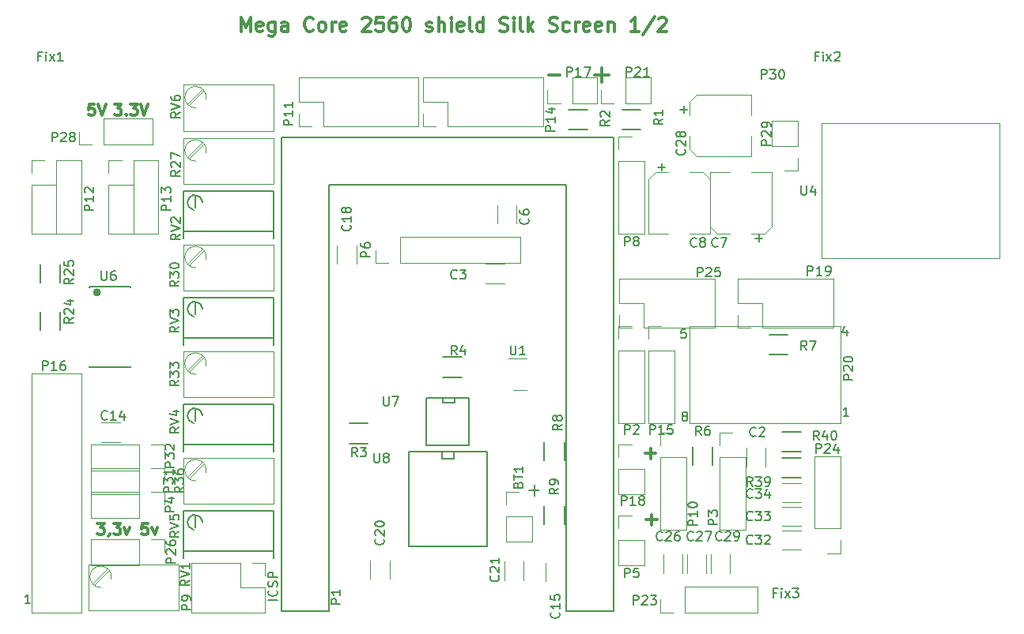
<source format=gbr>
G04 #@! TF.FileFunction,Legend,Top*
%FSLAX46Y46*%
G04 Gerber Fmt 4.6, Leading zero omitted, Abs format (unit mm)*
G04 Created by KiCad (PCBNEW 4.0.7) date 11/20/17 08:28:58*
%MOMM*%
%LPD*%
G01*
G04 APERTURE LIST*
%ADD10C,0.100000*%
%ADD11C,0.300000*%
%ADD12C,0.210000*%
%ADD13C,0.150000*%
%ADD14C,0.120000*%
%ADD15C,0.381000*%
%ADD16C,0.149860*%
%ADD17C,0.299720*%
G04 APERTURE END LIST*
D10*
D11*
X207170092Y-110500623D02*
X208312949Y-110500623D01*
X207741520Y-111072051D02*
X207741520Y-109929194D01*
X207043092Y-103388623D02*
X208185949Y-103388623D01*
X207614520Y-103960051D02*
X207614520Y-102817194D01*
D12*
X194597092Y-107325623D02*
X195739949Y-107325623D01*
X195168520Y-107897051D02*
X195168520Y-106754194D01*
D11*
X197898948Y-62788337D02*
X196756091Y-62788337D01*
X201645615Y-62784337D02*
X203169425Y-62784337D01*
X202407520Y-63546242D02*
X202407520Y-62022432D01*
D13*
X167680901Y-119108670D02*
X166680901Y-119108670D01*
X167585663Y-118061051D02*
X167633282Y-118108670D01*
X167680901Y-118251527D01*
X167680901Y-118346765D01*
X167633282Y-118489623D01*
X167538044Y-118584861D01*
X167442806Y-118632480D01*
X167252330Y-118680099D01*
X167109472Y-118680099D01*
X166918996Y-118632480D01*
X166823758Y-118584861D01*
X166728520Y-118489623D01*
X166680901Y-118346765D01*
X166680901Y-118251527D01*
X166728520Y-118108670D01*
X166776139Y-118061051D01*
X167633282Y-117680099D02*
X167680901Y-117537242D01*
X167680901Y-117299146D01*
X167633282Y-117203908D01*
X167585663Y-117156289D01*
X167490425Y-117108670D01*
X167395187Y-117108670D01*
X167299949Y-117156289D01*
X167252330Y-117203908D01*
X167204710Y-117299146D01*
X167157091Y-117489623D01*
X167109472Y-117584861D01*
X167061853Y-117632480D01*
X166966615Y-117680099D01*
X166871377Y-117680099D01*
X166776139Y-117632480D01*
X166728520Y-117584861D01*
X166680901Y-117489623D01*
X166680901Y-117251527D01*
X166728520Y-117108670D01*
X167680901Y-116680099D02*
X166680901Y-116680099D01*
X166680901Y-116299146D01*
X166728520Y-116203908D01*
X166776139Y-116156289D01*
X166871377Y-116108670D01*
X167014234Y-116108670D01*
X167109472Y-116156289D01*
X167157091Y-116203908D01*
X167204710Y-116299146D01*
X167204710Y-116680099D01*
D11*
X148407520Y-110879337D02*
X149150377Y-110879337D01*
X148750377Y-111336480D01*
X148921805Y-111336480D01*
X149036091Y-111393623D01*
X149093234Y-111450766D01*
X149150377Y-111565051D01*
X149150377Y-111850766D01*
X149093234Y-111965051D01*
X149036091Y-112022194D01*
X148921805Y-112079337D01*
X148578948Y-112079337D01*
X148464662Y-112022194D01*
X148407520Y-111965051D01*
X149721805Y-112022194D02*
X149721805Y-112079337D01*
X149664662Y-112193623D01*
X149607519Y-112250766D01*
X150121806Y-110879337D02*
X150864663Y-110879337D01*
X150464663Y-111336480D01*
X150636091Y-111336480D01*
X150750377Y-111393623D01*
X150807520Y-111450766D01*
X150864663Y-111565051D01*
X150864663Y-111850766D01*
X150807520Y-111965051D01*
X150750377Y-112022194D01*
X150636091Y-112079337D01*
X150293234Y-112079337D01*
X150178948Y-112022194D01*
X150121806Y-111965051D01*
X151264663Y-111279337D02*
X151550377Y-112079337D01*
X151836091Y-111279337D01*
X153778949Y-110879337D02*
X153207520Y-110879337D01*
X153150377Y-111450766D01*
X153207520Y-111393623D01*
X153321806Y-111336480D01*
X153607520Y-111336480D01*
X153721806Y-111393623D01*
X153778949Y-111450766D01*
X153836092Y-111565051D01*
X153836092Y-111850766D01*
X153778949Y-111965051D01*
X153721806Y-112022194D01*
X153607520Y-112079337D01*
X153321806Y-112079337D01*
X153207520Y-112022194D01*
X153150377Y-111965051D01*
X154236092Y-111279337D02*
X154521806Y-112079337D01*
X154807520Y-111279337D01*
X150217092Y-65921337D02*
X150959949Y-65921337D01*
X150559949Y-66378480D01*
X150731377Y-66378480D01*
X150845663Y-66435623D01*
X150902806Y-66492766D01*
X150959949Y-66607051D01*
X150959949Y-66892766D01*
X150902806Y-67007051D01*
X150845663Y-67064194D01*
X150731377Y-67121337D01*
X150388520Y-67121337D01*
X150274234Y-67064194D01*
X150217092Y-67007051D01*
X151474234Y-67007051D02*
X151531377Y-67064194D01*
X151474234Y-67121337D01*
X151417091Y-67064194D01*
X151474234Y-67007051D01*
X151474234Y-67121337D01*
X151931378Y-65921337D02*
X152674235Y-65921337D01*
X152274235Y-66378480D01*
X152445663Y-66378480D01*
X152559949Y-66435623D01*
X152617092Y-66492766D01*
X152674235Y-66607051D01*
X152674235Y-66892766D01*
X152617092Y-67007051D01*
X152559949Y-67064194D01*
X152445663Y-67121337D01*
X152102806Y-67121337D01*
X151988520Y-67064194D01*
X151931378Y-67007051D01*
X153017092Y-65921337D02*
X153417092Y-67121337D01*
X153817092Y-65921337D01*
X148076949Y-65921337D02*
X147505520Y-65921337D01*
X147448377Y-66492766D01*
X147505520Y-66435623D01*
X147619806Y-66378480D01*
X147905520Y-66378480D01*
X148019806Y-66435623D01*
X148076949Y-66492766D01*
X148134092Y-66607051D01*
X148134092Y-66892766D01*
X148076949Y-67007051D01*
X148019806Y-67064194D01*
X147905520Y-67121337D01*
X147619806Y-67121337D01*
X147505520Y-67064194D01*
X147448377Y-67007051D01*
X148476949Y-65921337D02*
X148876949Y-67121337D01*
X149276949Y-65921337D01*
X163782523Y-58113051D02*
X163782523Y-56613051D01*
X164282523Y-57684480D01*
X164782523Y-56613051D01*
X164782523Y-58113051D01*
X166068237Y-58041623D02*
X165925380Y-58113051D01*
X165639666Y-58113051D01*
X165496809Y-58041623D01*
X165425380Y-57898766D01*
X165425380Y-57327337D01*
X165496809Y-57184480D01*
X165639666Y-57113051D01*
X165925380Y-57113051D01*
X166068237Y-57184480D01*
X166139666Y-57327337D01*
X166139666Y-57470194D01*
X165425380Y-57613051D01*
X167425380Y-57113051D02*
X167425380Y-58327337D01*
X167353951Y-58470194D01*
X167282523Y-58541623D01*
X167139666Y-58613051D01*
X166925380Y-58613051D01*
X166782523Y-58541623D01*
X167425380Y-58041623D02*
X167282523Y-58113051D01*
X166996809Y-58113051D01*
X166853951Y-58041623D01*
X166782523Y-57970194D01*
X166711094Y-57827337D01*
X166711094Y-57398766D01*
X166782523Y-57255909D01*
X166853951Y-57184480D01*
X166996809Y-57113051D01*
X167282523Y-57113051D01*
X167425380Y-57184480D01*
X168782523Y-58113051D02*
X168782523Y-57327337D01*
X168711094Y-57184480D01*
X168568237Y-57113051D01*
X168282523Y-57113051D01*
X168139666Y-57184480D01*
X168782523Y-58041623D02*
X168639666Y-58113051D01*
X168282523Y-58113051D01*
X168139666Y-58041623D01*
X168068237Y-57898766D01*
X168068237Y-57755909D01*
X168139666Y-57613051D01*
X168282523Y-57541623D01*
X168639666Y-57541623D01*
X168782523Y-57470194D01*
X171496809Y-57970194D02*
X171425380Y-58041623D01*
X171211094Y-58113051D01*
X171068237Y-58113051D01*
X170853952Y-58041623D01*
X170711094Y-57898766D01*
X170639666Y-57755909D01*
X170568237Y-57470194D01*
X170568237Y-57255909D01*
X170639666Y-56970194D01*
X170711094Y-56827337D01*
X170853952Y-56684480D01*
X171068237Y-56613051D01*
X171211094Y-56613051D01*
X171425380Y-56684480D01*
X171496809Y-56755909D01*
X172353952Y-58113051D02*
X172211094Y-58041623D01*
X172139666Y-57970194D01*
X172068237Y-57827337D01*
X172068237Y-57398766D01*
X172139666Y-57255909D01*
X172211094Y-57184480D01*
X172353952Y-57113051D01*
X172568237Y-57113051D01*
X172711094Y-57184480D01*
X172782523Y-57255909D01*
X172853952Y-57398766D01*
X172853952Y-57827337D01*
X172782523Y-57970194D01*
X172711094Y-58041623D01*
X172568237Y-58113051D01*
X172353952Y-58113051D01*
X173496809Y-58113051D02*
X173496809Y-57113051D01*
X173496809Y-57398766D02*
X173568237Y-57255909D01*
X173639666Y-57184480D01*
X173782523Y-57113051D01*
X173925380Y-57113051D01*
X174996808Y-58041623D02*
X174853951Y-58113051D01*
X174568237Y-58113051D01*
X174425380Y-58041623D01*
X174353951Y-57898766D01*
X174353951Y-57327337D01*
X174425380Y-57184480D01*
X174568237Y-57113051D01*
X174853951Y-57113051D01*
X174996808Y-57184480D01*
X175068237Y-57327337D01*
X175068237Y-57470194D01*
X174353951Y-57613051D01*
X176782522Y-56755909D02*
X176853951Y-56684480D01*
X176996808Y-56613051D01*
X177353951Y-56613051D01*
X177496808Y-56684480D01*
X177568237Y-56755909D01*
X177639665Y-56898766D01*
X177639665Y-57041623D01*
X177568237Y-57255909D01*
X176711094Y-58113051D01*
X177639665Y-58113051D01*
X178996808Y-56613051D02*
X178282522Y-56613051D01*
X178211093Y-57327337D01*
X178282522Y-57255909D01*
X178425379Y-57184480D01*
X178782522Y-57184480D01*
X178925379Y-57255909D01*
X178996808Y-57327337D01*
X179068236Y-57470194D01*
X179068236Y-57827337D01*
X178996808Y-57970194D01*
X178925379Y-58041623D01*
X178782522Y-58113051D01*
X178425379Y-58113051D01*
X178282522Y-58041623D01*
X178211093Y-57970194D01*
X180353950Y-56613051D02*
X180068236Y-56613051D01*
X179925379Y-56684480D01*
X179853950Y-56755909D01*
X179711093Y-56970194D01*
X179639664Y-57255909D01*
X179639664Y-57827337D01*
X179711093Y-57970194D01*
X179782521Y-58041623D01*
X179925379Y-58113051D01*
X180211093Y-58113051D01*
X180353950Y-58041623D01*
X180425379Y-57970194D01*
X180496807Y-57827337D01*
X180496807Y-57470194D01*
X180425379Y-57327337D01*
X180353950Y-57255909D01*
X180211093Y-57184480D01*
X179925379Y-57184480D01*
X179782521Y-57255909D01*
X179711093Y-57327337D01*
X179639664Y-57470194D01*
X181425378Y-56613051D02*
X181568235Y-56613051D01*
X181711092Y-56684480D01*
X181782521Y-56755909D01*
X181853950Y-56898766D01*
X181925378Y-57184480D01*
X181925378Y-57541623D01*
X181853950Y-57827337D01*
X181782521Y-57970194D01*
X181711092Y-58041623D01*
X181568235Y-58113051D01*
X181425378Y-58113051D01*
X181282521Y-58041623D01*
X181211092Y-57970194D01*
X181139664Y-57827337D01*
X181068235Y-57541623D01*
X181068235Y-57184480D01*
X181139664Y-56898766D01*
X181211092Y-56755909D01*
X181282521Y-56684480D01*
X181425378Y-56613051D01*
X183639663Y-58041623D02*
X183782520Y-58113051D01*
X184068235Y-58113051D01*
X184211092Y-58041623D01*
X184282520Y-57898766D01*
X184282520Y-57827337D01*
X184211092Y-57684480D01*
X184068235Y-57613051D01*
X183853949Y-57613051D01*
X183711092Y-57541623D01*
X183639663Y-57398766D01*
X183639663Y-57327337D01*
X183711092Y-57184480D01*
X183853949Y-57113051D01*
X184068235Y-57113051D01*
X184211092Y-57184480D01*
X184925378Y-58113051D02*
X184925378Y-56613051D01*
X185568235Y-58113051D02*
X185568235Y-57327337D01*
X185496806Y-57184480D01*
X185353949Y-57113051D01*
X185139664Y-57113051D01*
X184996806Y-57184480D01*
X184925378Y-57255909D01*
X186282521Y-58113051D02*
X186282521Y-57113051D01*
X186282521Y-56613051D02*
X186211092Y-56684480D01*
X186282521Y-56755909D01*
X186353949Y-56684480D01*
X186282521Y-56613051D01*
X186282521Y-56755909D01*
X187568235Y-58041623D02*
X187425378Y-58113051D01*
X187139664Y-58113051D01*
X186996807Y-58041623D01*
X186925378Y-57898766D01*
X186925378Y-57327337D01*
X186996807Y-57184480D01*
X187139664Y-57113051D01*
X187425378Y-57113051D01*
X187568235Y-57184480D01*
X187639664Y-57327337D01*
X187639664Y-57470194D01*
X186925378Y-57613051D01*
X188496807Y-58113051D02*
X188353949Y-58041623D01*
X188282521Y-57898766D01*
X188282521Y-56613051D01*
X189711092Y-58113051D02*
X189711092Y-56613051D01*
X189711092Y-58041623D02*
X189568235Y-58113051D01*
X189282521Y-58113051D01*
X189139663Y-58041623D01*
X189068235Y-57970194D01*
X188996806Y-57827337D01*
X188996806Y-57398766D01*
X189068235Y-57255909D01*
X189139663Y-57184480D01*
X189282521Y-57113051D01*
X189568235Y-57113051D01*
X189711092Y-57184480D01*
X191496806Y-58041623D02*
X191711092Y-58113051D01*
X192068235Y-58113051D01*
X192211092Y-58041623D01*
X192282521Y-57970194D01*
X192353949Y-57827337D01*
X192353949Y-57684480D01*
X192282521Y-57541623D01*
X192211092Y-57470194D01*
X192068235Y-57398766D01*
X191782521Y-57327337D01*
X191639663Y-57255909D01*
X191568235Y-57184480D01*
X191496806Y-57041623D01*
X191496806Y-56898766D01*
X191568235Y-56755909D01*
X191639663Y-56684480D01*
X191782521Y-56613051D01*
X192139663Y-56613051D01*
X192353949Y-56684480D01*
X192996806Y-58113051D02*
X192996806Y-57113051D01*
X192996806Y-56613051D02*
X192925377Y-56684480D01*
X192996806Y-56755909D01*
X193068234Y-56684480D01*
X192996806Y-56613051D01*
X192996806Y-56755909D01*
X193925378Y-58113051D02*
X193782520Y-58041623D01*
X193711092Y-57898766D01*
X193711092Y-56613051D01*
X194496806Y-58113051D02*
X194496806Y-56613051D01*
X194639663Y-57541623D02*
X195068234Y-58113051D01*
X195068234Y-57113051D02*
X194496806Y-57684480D01*
X196782520Y-58041623D02*
X196996806Y-58113051D01*
X197353949Y-58113051D01*
X197496806Y-58041623D01*
X197568235Y-57970194D01*
X197639663Y-57827337D01*
X197639663Y-57684480D01*
X197568235Y-57541623D01*
X197496806Y-57470194D01*
X197353949Y-57398766D01*
X197068235Y-57327337D01*
X196925377Y-57255909D01*
X196853949Y-57184480D01*
X196782520Y-57041623D01*
X196782520Y-56898766D01*
X196853949Y-56755909D01*
X196925377Y-56684480D01*
X197068235Y-56613051D01*
X197425377Y-56613051D01*
X197639663Y-56684480D01*
X198925377Y-58041623D02*
X198782520Y-58113051D01*
X198496806Y-58113051D01*
X198353948Y-58041623D01*
X198282520Y-57970194D01*
X198211091Y-57827337D01*
X198211091Y-57398766D01*
X198282520Y-57255909D01*
X198353948Y-57184480D01*
X198496806Y-57113051D01*
X198782520Y-57113051D01*
X198925377Y-57184480D01*
X199568234Y-58113051D02*
X199568234Y-57113051D01*
X199568234Y-57398766D02*
X199639662Y-57255909D01*
X199711091Y-57184480D01*
X199853948Y-57113051D01*
X199996805Y-57113051D01*
X201068233Y-58041623D02*
X200925376Y-58113051D01*
X200639662Y-58113051D01*
X200496805Y-58041623D01*
X200425376Y-57898766D01*
X200425376Y-57327337D01*
X200496805Y-57184480D01*
X200639662Y-57113051D01*
X200925376Y-57113051D01*
X201068233Y-57184480D01*
X201139662Y-57327337D01*
X201139662Y-57470194D01*
X200425376Y-57613051D01*
X202353947Y-58041623D02*
X202211090Y-58113051D01*
X201925376Y-58113051D01*
X201782519Y-58041623D01*
X201711090Y-57898766D01*
X201711090Y-57327337D01*
X201782519Y-57184480D01*
X201925376Y-57113051D01*
X202211090Y-57113051D01*
X202353947Y-57184480D01*
X202425376Y-57327337D01*
X202425376Y-57470194D01*
X201711090Y-57613051D01*
X203068233Y-57113051D02*
X203068233Y-58113051D01*
X203068233Y-57255909D02*
X203139661Y-57184480D01*
X203282519Y-57113051D01*
X203496804Y-57113051D01*
X203639661Y-57184480D01*
X203711090Y-57327337D01*
X203711090Y-58113051D01*
X206353947Y-58113051D02*
X205496804Y-58113051D01*
X205925376Y-58113051D02*
X205925376Y-56613051D01*
X205782519Y-56827337D01*
X205639661Y-56970194D01*
X205496804Y-57041623D01*
X208068232Y-56541623D02*
X206782518Y-58470194D01*
X208496804Y-56755909D02*
X208568233Y-56684480D01*
X208711090Y-56613051D01*
X209068233Y-56613051D01*
X209211090Y-56684480D01*
X209282519Y-56755909D01*
X209353947Y-56898766D01*
X209353947Y-57041623D01*
X209282519Y-57255909D01*
X208425376Y-58113051D01*
X209353947Y-58113051D01*
D14*
X223355520Y-70388480D02*
X223355520Y-67728480D01*
X223355520Y-67728480D02*
X220575520Y-67728480D01*
X220575520Y-67728480D02*
X220575520Y-70388480D01*
X220575520Y-70388480D02*
X223355520Y-70388480D01*
X223355520Y-71658480D02*
X223355520Y-73048480D01*
X223355520Y-73048480D02*
X221965520Y-73048480D01*
X221727520Y-113704480D02*
X223727520Y-113704480D01*
X223727520Y-111654480D02*
X221727520Y-111654480D01*
X221727520Y-111164480D02*
X223727520Y-111164480D01*
X223727520Y-109114480D02*
X221727520Y-109114480D01*
X221727520Y-108624480D02*
X223727520Y-108624480D01*
X223727520Y-106574480D02*
X221727520Y-106574480D01*
D13*
X223727520Y-106007480D02*
X221727520Y-106007480D01*
X221727520Y-103857480D02*
X223727520Y-103857480D01*
X223727520Y-103213480D02*
X221727520Y-103213480D01*
X221727520Y-101063480D02*
X223727520Y-101063480D01*
D14*
X219942520Y-104789480D02*
X219942520Y-102789480D01*
X217892520Y-102789480D02*
X217892520Y-104789480D01*
X227927520Y-111409480D02*
X227927520Y-103669480D01*
X227927520Y-103669480D02*
X225147520Y-103669480D01*
X225147520Y-103669480D02*
X225147520Y-111409480D01*
X225147520Y-111409480D02*
X227927520Y-111409480D01*
X227927520Y-112679480D02*
X227927520Y-114069480D01*
X227927520Y-114069480D02*
X226537520Y-114069480D01*
D13*
X203677520Y-120299480D02*
X198597520Y-120299480D01*
X168117520Y-69499480D02*
X168117520Y-120299480D01*
X173197520Y-74579480D02*
X173197520Y-120299480D01*
X168117520Y-120299480D02*
X173197520Y-120299480D01*
X203677520Y-120299480D02*
X203677520Y-69499480D01*
X203677520Y-69499480D02*
X168117520Y-69499480D01*
X173197520Y-74579480D02*
X198597520Y-74579480D01*
X198597520Y-74579480D02*
X198597520Y-120299480D01*
D14*
X211297520Y-120419480D02*
X219037520Y-120419480D01*
X219037520Y-120419480D02*
X219037520Y-117639480D01*
X219037520Y-117639480D02*
X211297520Y-117639480D01*
X211297520Y-117639480D02*
X211297520Y-120419480D01*
X210027520Y-120419480D02*
X208637520Y-120419480D01*
X208637520Y-120419480D02*
X208637520Y-119029480D01*
X214082520Y-114219480D02*
X214082520Y-116219480D01*
X216132520Y-116219480D02*
X216132520Y-114219480D01*
X211542520Y-114219480D02*
X211542520Y-116219480D01*
X213592520Y-116219480D02*
X213592520Y-114219480D01*
X209002520Y-114219480D02*
X209002520Y-116219480D01*
X211052520Y-116219480D02*
X211052520Y-114219480D01*
X204192520Y-112679480D02*
X204192520Y-115339480D01*
X204192520Y-115339480D02*
X206972520Y-115339480D01*
X206972520Y-115339480D02*
X206972520Y-112679480D01*
X206972520Y-112679480D02*
X204192520Y-112679480D01*
X204192520Y-111409480D02*
X204192520Y-110019480D01*
X204192520Y-110019480D02*
X205582520Y-110019480D01*
D13*
X214277520Y-102662480D02*
X214277520Y-104662480D01*
X212127520Y-104662480D02*
X212127520Y-102662480D01*
D14*
X214987520Y-103789480D02*
X214987520Y-111529480D01*
X214987520Y-111529480D02*
X217767520Y-111529480D01*
X217767520Y-111529480D02*
X217767520Y-103789480D01*
X217767520Y-103789480D02*
X214987520Y-103789480D01*
X214987520Y-102519480D02*
X214987520Y-101129480D01*
X214987520Y-101129480D02*
X216377520Y-101129480D01*
X208637520Y-103789480D02*
X208637520Y-111529480D01*
X208637520Y-111529480D02*
X211417520Y-111529480D01*
X211417520Y-111529480D02*
X211417520Y-103789480D01*
X211417520Y-103789480D02*
X208637520Y-103789480D01*
X208637520Y-102519480D02*
X208637520Y-101129480D01*
X208637520Y-101129480D02*
X210027520Y-101129480D01*
X204192520Y-105059480D02*
X204192520Y-107719480D01*
X204192520Y-107719480D02*
X206972520Y-107719480D01*
X206972520Y-107719480D02*
X206972520Y-105059480D01*
X206972520Y-105059480D02*
X204192520Y-105059480D01*
X204192520Y-103789480D02*
X204192520Y-102399480D01*
X204192520Y-102399480D02*
X205582520Y-102399480D01*
D13*
X222330520Y-92799480D02*
X220330520Y-92799480D01*
X220330520Y-90649480D02*
X222330520Y-90649480D01*
D14*
X207367520Y-92359480D02*
X207367520Y-100099480D01*
X207367520Y-100099480D02*
X210147520Y-100099480D01*
X210147520Y-100099480D02*
X210147520Y-92359480D01*
X210147520Y-92359480D02*
X207367520Y-92359480D01*
X207367520Y-91089480D02*
X207367520Y-89699480D01*
X207367520Y-89699480D02*
X208757520Y-89699480D01*
X204192520Y-92359480D02*
X204192520Y-100099480D01*
X204192520Y-100099480D02*
X206972520Y-100099480D01*
X206972520Y-100099480D02*
X206972520Y-92359480D01*
X206972520Y-92359480D02*
X204192520Y-92359480D01*
X204192520Y-91089480D02*
X204192520Y-89699480D01*
X204192520Y-89699480D02*
X205582520Y-89699480D01*
X214586820Y-100119180D02*
X227934520Y-100121720D01*
X214589360Y-89712800D02*
X227929440Y-89712800D01*
X211812520Y-100112180D02*
X214599520Y-100119180D01*
X211805520Y-97071180D02*
X211812520Y-100112180D01*
X211812520Y-89712180D02*
X214592520Y-89712180D01*
X211812520Y-97452180D02*
X211812520Y-89712180D01*
X211812520Y-97452180D02*
X211812520Y-89712180D01*
X211812520Y-89712180D02*
X214592520Y-89712180D01*
X227927520Y-89712180D02*
X227934520Y-100119180D01*
X211805520Y-97071180D02*
X211812520Y-100112180D01*
X211812520Y-100112180D02*
X214599520Y-100119180D01*
X204192520Y-72039480D02*
X204192520Y-79779480D01*
X204192520Y-79779480D02*
X206972520Y-79779480D01*
X206972520Y-79779480D02*
X206972520Y-72039480D01*
X206972520Y-72039480D02*
X204192520Y-72039480D01*
X204192520Y-70769480D02*
X204192520Y-69379480D01*
X204192520Y-69379480D02*
X205582520Y-69379480D01*
D13*
X204582520Y-66519480D02*
X206582520Y-66519480D01*
X206582520Y-68669480D02*
X204582520Y-68669480D01*
X198867520Y-66519480D02*
X200867520Y-66519480D01*
X200867520Y-68669480D02*
X198867520Y-68669480D01*
D14*
X204947520Y-65809480D02*
X207607520Y-65809480D01*
X207607520Y-65809480D02*
X207607520Y-63029480D01*
X207607520Y-63029480D02*
X204947520Y-63029480D01*
X204947520Y-63029480D02*
X204947520Y-65809480D01*
X203677520Y-65809480D02*
X202287520Y-65809480D01*
X202287520Y-65809480D02*
X202287520Y-64419480D01*
X199232520Y-65809480D02*
X201892520Y-65809480D01*
X201892520Y-65809480D02*
X201892520Y-63029480D01*
X201892520Y-63029480D02*
X199232520Y-63029480D01*
X199232520Y-63029480D02*
X199232520Y-65809480D01*
X197962520Y-65809480D02*
X196572520Y-65809480D01*
X196572520Y-65809480D02*
X196572520Y-64419480D01*
X180817520Y-82954480D02*
X193637520Y-82954480D01*
X193637520Y-82954480D02*
X193637520Y-80174480D01*
X193637520Y-80174480D02*
X180817520Y-80174480D01*
X180817520Y-80174480D02*
X180817520Y-82954480D01*
X179547520Y-82954480D02*
X178157520Y-82954480D01*
X178157520Y-82954480D02*
X178157520Y-81564480D01*
X198479520Y-117108480D02*
X198479520Y-115108480D01*
X196429520Y-115108480D02*
X196429520Y-117108480D01*
X191984520Y-114981480D02*
X191984520Y-116981480D01*
X194034520Y-116981480D02*
X194034520Y-114981480D01*
X177633520Y-114854480D02*
X177633520Y-116854480D01*
X179683520Y-116854480D02*
X179683520Y-114854480D01*
D13*
X181706520Y-113314480D02*
X181706520Y-103154480D01*
X181706520Y-103154480D02*
X190088520Y-103154480D01*
X190088520Y-103154480D02*
X190088520Y-113314480D01*
X190088520Y-113314480D02*
X181706520Y-113314480D01*
X186532520Y-103154480D02*
X186532520Y-103916480D01*
X186532520Y-103916480D02*
X185262520Y-103916480D01*
X185262520Y-103916480D02*
X185262520Y-103154480D01*
D14*
X192127520Y-110139480D02*
X192127520Y-112799480D01*
X192127520Y-112799480D02*
X194907520Y-112799480D01*
X194907520Y-112799480D02*
X194907520Y-110139480D01*
X194907520Y-110139480D02*
X192127520Y-110139480D01*
X192127520Y-108869480D02*
X192127520Y-107479480D01*
X192127520Y-107479480D02*
X193517520Y-107479480D01*
D13*
X198402520Y-109012480D02*
X198402520Y-111012480D01*
X196252520Y-111012480D02*
X196252520Y-109012480D01*
X198402520Y-102154480D02*
X198402520Y-104154480D01*
X196252520Y-104154480D02*
X196252520Y-102154480D01*
X175372520Y-100174480D02*
X177372520Y-100174480D01*
X177372520Y-102324480D02*
X175372520Y-102324480D01*
X188183520Y-97439480D02*
X188183520Y-102519480D01*
X188183520Y-102519480D02*
X183611520Y-102519480D01*
X183611520Y-102519480D02*
X183611520Y-97439480D01*
X183611520Y-97439480D02*
X188183520Y-97439480D01*
X186659520Y-97439480D02*
X186659520Y-97947480D01*
X186659520Y-97947480D02*
X185389520Y-97947480D01*
X185389520Y-97947480D02*
X185389520Y-97439480D01*
D14*
X194344520Y-93239480D02*
X192444520Y-93239480D01*
X192944520Y-96559480D02*
X194344520Y-96559480D01*
D13*
X185405520Y-93062480D02*
X187405520Y-93062480D01*
X187405520Y-95212480D02*
X185405520Y-95212480D01*
D14*
X149067520Y-70254480D02*
X154267520Y-70254480D01*
X154267520Y-70254480D02*
X154267520Y-67474480D01*
X154267520Y-67474480D02*
X149067520Y-67474480D01*
X149067520Y-67474480D02*
X149067520Y-70254480D01*
X147797520Y-70254480D02*
X146407520Y-70254480D01*
X146407520Y-70254480D02*
X146407520Y-68864480D01*
X152242520Y-74579480D02*
X152242520Y-79786480D01*
X149582520Y-74579480D02*
X149582520Y-79779480D01*
X149582520Y-79779480D02*
X154902520Y-79779480D01*
X154902520Y-79779480D02*
X154902520Y-71919480D01*
X154902520Y-71919480D02*
X152242520Y-71919480D01*
X152242520Y-71919480D02*
X152242520Y-74579480D01*
X152242520Y-74579480D02*
X149582520Y-74579480D01*
X149582520Y-73309480D02*
X149582520Y-71919480D01*
X149582520Y-71919480D02*
X150972520Y-71919480D01*
X143987520Y-74579480D02*
X143987520Y-79786480D01*
X141327520Y-74579480D02*
X141327520Y-79779480D01*
X141327520Y-79779480D02*
X146647520Y-79779480D01*
X146647520Y-79779480D02*
X146647520Y-71919480D01*
X146647520Y-71919480D02*
X143987520Y-71919480D01*
X143987520Y-71919480D02*
X143987520Y-74579480D01*
X143987520Y-74579480D02*
X141327520Y-74579480D01*
X141327520Y-73309480D02*
X141327520Y-71919480D01*
X141327520Y-71919480D02*
X142717520Y-71919480D01*
D13*
X144427520Y-83104480D02*
X144427520Y-85104480D01*
X142277520Y-85104480D02*
X142277520Y-83104480D01*
X144427520Y-88184480D02*
X144427520Y-90184480D01*
X142277520Y-90184480D02*
X142277520Y-88184480D01*
D14*
X146647520Y-117759480D02*
X146647520Y-94779480D01*
X146647520Y-94779480D02*
X141327520Y-94779480D01*
X141327520Y-94779480D02*
X141327520Y-120419480D01*
X141327520Y-120419480D02*
X143987520Y-120419480D01*
X146647520Y-120419480D02*
X146647520Y-117759480D01*
X143987520Y-120419480D02*
X146647520Y-120419480D01*
X146647520Y-119029480D02*
X146647520Y-120419480D01*
X146647520Y-120419480D02*
X145257520Y-120419480D01*
D15*
X148578696Y-86118700D02*
G75*
G03X148578696Y-86118700I-224916J0D01*
G01*
X148467372Y-86118700D02*
G75*
G03X148467372Y-86118700I-113592J0D01*
G01*
D16*
X151902160Y-85471000D02*
X151902160Y-85585300D01*
X151902160Y-94053660D02*
X151902160Y-94167960D01*
X151902160Y-94167960D02*
X147502880Y-94167960D01*
X147502880Y-85471000D02*
X147502880Y-85585300D01*
X147502880Y-94053660D02*
X147502880Y-94167960D01*
X151902160Y-85471000D02*
X147502880Y-85471000D01*
D17*
X148356320Y-86118700D02*
X148356320Y-86118700D01*
D14*
X148829520Y-102147480D02*
X150829520Y-102147480D01*
X150829520Y-100097480D02*
X148829520Y-100097480D01*
X152877520Y-102399480D02*
X147677520Y-102399480D01*
X147677520Y-102399480D02*
X147677520Y-105179480D01*
X147677520Y-105179480D02*
X152877520Y-105179480D01*
X152877520Y-105179480D02*
X152877520Y-102399480D01*
X154147520Y-102399480D02*
X155537520Y-102399480D01*
X155537520Y-102399480D02*
X155537520Y-103789480D01*
X152877520Y-104939480D02*
X147677520Y-104939480D01*
X147677520Y-104939480D02*
X147677520Y-107719480D01*
X147677520Y-107719480D02*
X152877520Y-107719480D01*
X152877520Y-107719480D02*
X152877520Y-104939480D01*
X154147520Y-104939480D02*
X155537520Y-104939480D01*
X155537520Y-104939480D02*
X155537520Y-106329480D01*
X152877520Y-107479480D02*
X147677520Y-107479480D01*
X147677520Y-107479480D02*
X147677520Y-110259480D01*
X147677520Y-110259480D02*
X152877520Y-110259480D01*
X152877520Y-110259480D02*
X152877520Y-107479480D01*
X154147520Y-107479480D02*
X155537520Y-107479480D01*
X155537520Y-107479480D02*
X155537520Y-108869480D01*
X152877520Y-112559480D02*
X147677520Y-112559480D01*
X147677520Y-112559480D02*
X147677520Y-115339480D01*
X147677520Y-115339480D02*
X152877520Y-115339480D01*
X152877520Y-115339480D02*
X152877520Y-112559480D01*
X154147520Y-112559480D02*
X155537520Y-112559480D01*
X155537520Y-112559480D02*
X155537520Y-113949480D01*
X148787829Y-117763776D02*
G75*
G02X148747520Y-115454480I-40309J1154296D01*
G01*
X148727399Y-115455428D02*
G75*
G02X149876520Y-116849480I20121J-1154052D01*
G01*
X157067520Y-120229480D02*
X147417520Y-120229480D01*
X157067520Y-115278480D02*
X147417520Y-115278480D01*
X157067520Y-120229480D02*
X157067520Y-115278480D01*
X147417520Y-120229480D02*
X147417520Y-115278480D01*
X147871520Y-117343480D02*
X149482520Y-115733480D01*
X148011520Y-117484480D02*
X149623520Y-115874480D01*
X163672520Y-115099480D02*
X158472520Y-115099480D01*
X158472520Y-115099480D02*
X158472520Y-120419480D01*
X158472520Y-120419480D02*
X166332520Y-120419480D01*
X166332520Y-120419480D02*
X166332520Y-117759480D01*
X166332520Y-117759480D02*
X163672520Y-117759480D01*
X163672520Y-117759480D02*
X163672520Y-115099480D01*
X164942520Y-115099480D02*
X166332520Y-115099480D01*
X166332520Y-115099480D02*
X166332520Y-116489480D01*
D13*
X158846520Y-110012480D02*
X158846520Y-111282480D01*
X159633920Y-110761780D02*
X159595820Y-110507780D01*
X159595820Y-110507780D02*
X159418020Y-110228380D01*
X159418020Y-110228380D02*
X159100520Y-110012480D01*
X159100520Y-110012480D02*
X158656020Y-109999780D01*
X158656020Y-109999780D02*
X158300420Y-110202980D01*
X158300420Y-110202980D02*
X158122620Y-110495080D01*
X158122620Y-110495080D02*
X158071820Y-110812580D01*
X158071820Y-110812580D02*
X158173420Y-111218980D01*
X158173420Y-111218980D02*
X158516320Y-111472980D01*
X158516320Y-111472980D02*
X158694120Y-111561880D01*
X167228520Y-113822480D02*
X157576520Y-113822480D01*
X157576520Y-110774480D02*
X157576520Y-109504480D01*
X157576520Y-109504480D02*
X167228520Y-109504480D01*
X167228520Y-109504480D02*
X167228520Y-114584480D01*
X157576520Y-114584480D02*
X157576520Y-112044480D01*
X157576520Y-112044480D02*
X157576520Y-110774480D01*
D14*
X158947829Y-106333776D02*
G75*
G02X158907520Y-104024480I-40309J1154296D01*
G01*
X158887399Y-104025428D02*
G75*
G02X160036520Y-105419480I20121J-1154052D01*
G01*
X167227520Y-108799480D02*
X157577520Y-108799480D01*
X167227520Y-103848480D02*
X157577520Y-103848480D01*
X167227520Y-108799480D02*
X167227520Y-103848480D01*
X157577520Y-108799480D02*
X157577520Y-103848480D01*
X158031520Y-105913480D02*
X159642520Y-104303480D01*
X158171520Y-106054480D02*
X159783520Y-104444480D01*
D13*
X158846520Y-98582480D02*
X158846520Y-99852480D01*
X159633920Y-99331780D02*
X159595820Y-99077780D01*
X159595820Y-99077780D02*
X159418020Y-98798380D01*
X159418020Y-98798380D02*
X159100520Y-98582480D01*
X159100520Y-98582480D02*
X158656020Y-98569780D01*
X158656020Y-98569780D02*
X158300420Y-98772980D01*
X158300420Y-98772980D02*
X158122620Y-99065080D01*
X158122620Y-99065080D02*
X158071820Y-99382580D01*
X158071820Y-99382580D02*
X158173420Y-99788980D01*
X158173420Y-99788980D02*
X158516320Y-100042980D01*
X158516320Y-100042980D02*
X158694120Y-100131880D01*
X167228520Y-102392480D02*
X157576520Y-102392480D01*
X157576520Y-99344480D02*
X157576520Y-98074480D01*
X157576520Y-98074480D02*
X167228520Y-98074480D01*
X167228520Y-98074480D02*
X167228520Y-103154480D01*
X157576520Y-103154480D02*
X157576520Y-100614480D01*
X157576520Y-100614480D02*
X157576520Y-99344480D01*
D14*
X158947829Y-94903776D02*
G75*
G02X158907520Y-92594480I-40309J1154296D01*
G01*
X158887399Y-92595428D02*
G75*
G02X160036520Y-93989480I20121J-1154052D01*
G01*
X167227520Y-97369480D02*
X157577520Y-97369480D01*
X167227520Y-92418480D02*
X157577520Y-92418480D01*
X167227520Y-97369480D02*
X167227520Y-92418480D01*
X157577520Y-97369480D02*
X157577520Y-92418480D01*
X158031520Y-94483480D02*
X159642520Y-92873480D01*
X158171520Y-94624480D02*
X159783520Y-93014480D01*
D13*
X158846520Y-87152480D02*
X158846520Y-88422480D01*
X159633920Y-87901780D02*
X159595820Y-87647780D01*
X159595820Y-87647780D02*
X159418020Y-87368380D01*
X159418020Y-87368380D02*
X159100520Y-87152480D01*
X159100520Y-87152480D02*
X158656020Y-87139780D01*
X158656020Y-87139780D02*
X158300420Y-87342980D01*
X158300420Y-87342980D02*
X158122620Y-87635080D01*
X158122620Y-87635080D02*
X158071820Y-87952580D01*
X158071820Y-87952580D02*
X158173420Y-88358980D01*
X158173420Y-88358980D02*
X158516320Y-88612980D01*
X158516320Y-88612980D02*
X158694120Y-88701880D01*
X167228520Y-90962480D02*
X157576520Y-90962480D01*
X157576520Y-87914480D02*
X157576520Y-86644480D01*
X157576520Y-86644480D02*
X167228520Y-86644480D01*
X167228520Y-86644480D02*
X167228520Y-91724480D01*
X157576520Y-91724480D02*
X157576520Y-89184480D01*
X157576520Y-89184480D02*
X157576520Y-87914480D01*
D14*
X158947829Y-83473776D02*
G75*
G02X158907520Y-81164480I-40309J1154296D01*
G01*
X158887399Y-81165428D02*
G75*
G02X160036520Y-82559480I20121J-1154052D01*
G01*
X167227520Y-85939480D02*
X157577520Y-85939480D01*
X167227520Y-80988480D02*
X157577520Y-80988480D01*
X167227520Y-85939480D02*
X167227520Y-80988480D01*
X157577520Y-85939480D02*
X157577520Y-80988480D01*
X158031520Y-83053480D02*
X159642520Y-81443480D01*
X158171520Y-83194480D02*
X159783520Y-81584480D01*
X158947829Y-72043776D02*
G75*
G02X158907520Y-69734480I-40309J1154296D01*
G01*
X158887399Y-69735428D02*
G75*
G02X160036520Y-71129480I20121J-1154052D01*
G01*
X167227520Y-74509480D02*
X157577520Y-74509480D01*
X167227520Y-69558480D02*
X157577520Y-69558480D01*
X167227520Y-74509480D02*
X167227520Y-69558480D01*
X157577520Y-74509480D02*
X157577520Y-69558480D01*
X158031520Y-71623480D02*
X159642520Y-70013480D01*
X158171520Y-71764480D02*
X159783520Y-70154480D01*
D13*
X158846520Y-75722480D02*
X158846520Y-76992480D01*
X159633920Y-76471780D02*
X159595820Y-76217780D01*
X159595820Y-76217780D02*
X159418020Y-75938380D01*
X159418020Y-75938380D02*
X159100520Y-75722480D01*
X159100520Y-75722480D02*
X158656020Y-75709780D01*
X158656020Y-75709780D02*
X158300420Y-75912980D01*
X158300420Y-75912980D02*
X158122620Y-76205080D01*
X158122620Y-76205080D02*
X158071820Y-76522580D01*
X158071820Y-76522580D02*
X158173420Y-76928980D01*
X158173420Y-76928980D02*
X158516320Y-77182980D01*
X158516320Y-77182980D02*
X158694120Y-77271880D01*
X167228520Y-79532480D02*
X157576520Y-79532480D01*
X157576520Y-76484480D02*
X157576520Y-75214480D01*
X157576520Y-75214480D02*
X167228520Y-75214480D01*
X167228520Y-75214480D02*
X167228520Y-80294480D01*
X157576520Y-80294480D02*
X157576520Y-77754480D01*
X157576520Y-77754480D02*
X157576520Y-76484480D01*
D14*
X158947829Y-66328776D02*
G75*
G02X158907520Y-64019480I-40309J1154296D01*
G01*
X158887399Y-64020428D02*
G75*
G02X160036520Y-65414480I20121J-1154052D01*
G01*
X167227520Y-68794480D02*
X157577520Y-68794480D01*
X167227520Y-63843480D02*
X157577520Y-63843480D01*
X167227520Y-68794480D02*
X167227520Y-63843480D01*
X157577520Y-68794480D02*
X157577520Y-63843480D01*
X158031520Y-65908480D02*
X159642520Y-64298480D01*
X158171520Y-66049480D02*
X159783520Y-64439480D01*
X174077520Y-81072480D02*
X174077520Y-83072480D01*
X176127520Y-83072480D02*
X176127520Y-81072480D01*
X189977520Y-85129480D02*
X191977520Y-85129480D01*
X191977520Y-83079480D02*
X189977520Y-83079480D01*
X225902520Y-67975480D02*
X225902520Y-82453480D01*
X225902520Y-82453480D02*
X244952520Y-82453480D01*
X244952520Y-82453480D02*
X244952520Y-67975480D01*
X244952520Y-67975480D02*
X225902520Y-67975480D01*
X206852520Y-89879480D02*
X214532520Y-89879480D01*
X214532520Y-89879480D02*
X214532520Y-84679480D01*
X214532520Y-84679480D02*
X204252520Y-84679480D01*
X204252520Y-84679480D02*
X204252520Y-87279480D01*
X204252520Y-87279480D02*
X206852520Y-87279480D01*
X206852520Y-87279480D02*
X206852520Y-89879480D01*
X205582520Y-89879480D02*
X204252520Y-89879480D01*
X204252520Y-89879480D02*
X204252520Y-88549480D01*
X172562520Y-68289480D02*
X182782520Y-68289480D01*
X182782520Y-68289480D02*
X182782520Y-63089480D01*
X182782520Y-63089480D02*
X169962520Y-63089480D01*
X169962520Y-63089480D02*
X169962520Y-65689480D01*
X169962520Y-65689480D02*
X172562520Y-65689480D01*
X172562520Y-65689480D02*
X172562520Y-68289480D01*
X171292520Y-68289480D02*
X169962520Y-68289480D01*
X169962520Y-68289480D02*
X169962520Y-66959480D01*
X185897520Y-68289480D02*
X196117520Y-68289480D01*
X196117520Y-68289480D02*
X196117520Y-63089480D01*
X196117520Y-63089480D02*
X183297520Y-63089480D01*
X183297520Y-63089480D02*
X183297520Y-65689480D01*
X183297520Y-65689480D02*
X185897520Y-65689480D01*
X185897520Y-65689480D02*
X185897520Y-68289480D01*
X184627520Y-68289480D02*
X183297520Y-68289480D01*
X183297520Y-68289480D02*
X183297520Y-66959480D01*
X219552520Y-89879480D02*
X227232520Y-89879480D01*
X227232520Y-89879480D02*
X227232520Y-84679480D01*
X227232520Y-84679480D02*
X216952520Y-84679480D01*
X216952520Y-84679480D02*
X216952520Y-87279480D01*
X216952520Y-87279480D02*
X219552520Y-87279480D01*
X219552520Y-87279480D02*
X219552520Y-89879480D01*
X218282520Y-89879480D02*
X216952520Y-89879480D01*
X216952520Y-89879480D02*
X216952520Y-88549480D01*
X218407520Y-71529480D02*
X218407520Y-69349480D01*
X218407520Y-64929480D02*
X218407520Y-67109480D01*
X211807520Y-70769480D02*
X211807520Y-69349480D01*
X211807520Y-65689480D02*
X211807520Y-67109480D01*
X218407520Y-71529480D02*
X212567520Y-71529480D01*
X212567520Y-71529480D02*
X211807520Y-70769480D01*
X211807520Y-65689480D02*
X212567520Y-64929480D01*
X212567520Y-64929480D02*
X218407520Y-64929480D01*
X191227520Y-76754480D02*
X191227520Y-78754480D01*
X193267520Y-78754480D02*
X193267520Y-76754480D01*
X220566520Y-73184480D02*
X218386520Y-73184480D01*
X213966520Y-73184480D02*
X216146520Y-73184480D01*
X219806520Y-79784480D02*
X218386520Y-79784480D01*
X214726520Y-79784480D02*
X216146520Y-79784480D01*
X220566520Y-73184480D02*
X220566520Y-79024480D01*
X220566520Y-79024480D02*
X219806520Y-79784480D01*
X214726520Y-79784480D02*
X213966520Y-79024480D01*
X213966520Y-79024480D02*
X213966520Y-73184480D01*
X207362520Y-79784480D02*
X209542520Y-79784480D01*
X213962520Y-79784480D02*
X211782520Y-79784480D01*
X208122520Y-73184480D02*
X209542520Y-73184480D01*
X213202520Y-73184480D02*
X211782520Y-73184480D01*
X207362520Y-79784480D02*
X207362520Y-73944480D01*
X207362520Y-73944480D02*
X208122520Y-73184480D01*
X213202520Y-73184480D02*
X213962520Y-73944480D01*
X213962520Y-73944480D02*
X213962520Y-79784480D01*
D13*
X219481234Y-63220861D02*
X219481234Y-62220861D01*
X219862187Y-62220861D01*
X219957425Y-62268480D01*
X220005044Y-62316099D01*
X220052663Y-62411337D01*
X220052663Y-62554194D01*
X220005044Y-62649432D01*
X219957425Y-62697051D01*
X219862187Y-62744670D01*
X219481234Y-62744670D01*
X220385996Y-62220861D02*
X221005044Y-62220861D01*
X220671710Y-62601813D01*
X220814568Y-62601813D01*
X220909806Y-62649432D01*
X220957425Y-62697051D01*
X221005044Y-62792290D01*
X221005044Y-63030385D01*
X220957425Y-63125623D01*
X220909806Y-63173242D01*
X220814568Y-63220861D01*
X220528853Y-63220861D01*
X220433615Y-63173242D01*
X220385996Y-63125623D01*
X221624091Y-62220861D02*
X221719330Y-62220861D01*
X221814568Y-62268480D01*
X221862187Y-62316099D01*
X221909806Y-62411337D01*
X221957425Y-62601813D01*
X221957425Y-62839909D01*
X221909806Y-63030385D01*
X221862187Y-63125623D01*
X221814568Y-63173242D01*
X221719330Y-63220861D01*
X221624091Y-63220861D01*
X221528853Y-63173242D01*
X221481234Y-63125623D01*
X221433615Y-63030385D01*
X221385996Y-62839909D01*
X221385996Y-62601813D01*
X221433615Y-62411337D01*
X221481234Y-62316099D01*
X221528853Y-62268480D01*
X221624091Y-62220861D01*
X220512901Y-70332766D02*
X219512901Y-70332766D01*
X219512901Y-69951813D01*
X219560520Y-69856575D01*
X219608139Y-69808956D01*
X219703377Y-69761337D01*
X219846234Y-69761337D01*
X219941472Y-69808956D01*
X219989091Y-69856575D01*
X220036710Y-69951813D01*
X220036710Y-70332766D01*
X219608139Y-69380385D02*
X219560520Y-69332766D01*
X219512901Y-69237528D01*
X219512901Y-68999432D01*
X219560520Y-68904194D01*
X219608139Y-68856575D01*
X219703377Y-68808956D01*
X219798615Y-68808956D01*
X219941472Y-68856575D01*
X220512901Y-69428004D01*
X220512901Y-68808956D01*
X220512901Y-68332766D02*
X220512901Y-68142290D01*
X220465282Y-68047051D01*
X220417663Y-67999432D01*
X220274806Y-67904194D01*
X220084330Y-67856575D01*
X219703377Y-67856575D01*
X219608139Y-67904194D01*
X219560520Y-67951813D01*
X219512901Y-68047051D01*
X219512901Y-68237528D01*
X219560520Y-68332766D01*
X219608139Y-68380385D01*
X219703377Y-68428004D01*
X219941472Y-68428004D01*
X220036710Y-68380385D01*
X220084330Y-68332766D01*
X220131949Y-68237528D01*
X220131949Y-68047051D01*
X220084330Y-67951813D01*
X220036710Y-67904194D01*
X219941472Y-67856575D01*
X218528663Y-113036623D02*
X218481044Y-113084242D01*
X218338187Y-113131861D01*
X218242949Y-113131861D01*
X218100091Y-113084242D01*
X218004853Y-112989004D01*
X217957234Y-112893766D01*
X217909615Y-112703290D01*
X217909615Y-112560432D01*
X217957234Y-112369956D01*
X218004853Y-112274718D01*
X218100091Y-112179480D01*
X218242949Y-112131861D01*
X218338187Y-112131861D01*
X218481044Y-112179480D01*
X218528663Y-112227099D01*
X218861996Y-112131861D02*
X219481044Y-112131861D01*
X219147710Y-112512813D01*
X219290568Y-112512813D01*
X219385806Y-112560432D01*
X219433425Y-112608051D01*
X219481044Y-112703290D01*
X219481044Y-112941385D01*
X219433425Y-113036623D01*
X219385806Y-113084242D01*
X219290568Y-113131861D01*
X219004853Y-113131861D01*
X218909615Y-113084242D01*
X218861996Y-113036623D01*
X219861996Y-112227099D02*
X219909615Y-112179480D01*
X220004853Y-112131861D01*
X220242949Y-112131861D01*
X220338187Y-112179480D01*
X220385806Y-112227099D01*
X220433425Y-112322337D01*
X220433425Y-112417575D01*
X220385806Y-112560432D01*
X219814377Y-113131861D01*
X220433425Y-113131861D01*
X218528663Y-110496623D02*
X218481044Y-110544242D01*
X218338187Y-110591861D01*
X218242949Y-110591861D01*
X218100091Y-110544242D01*
X218004853Y-110449004D01*
X217957234Y-110353766D01*
X217909615Y-110163290D01*
X217909615Y-110020432D01*
X217957234Y-109829956D01*
X218004853Y-109734718D01*
X218100091Y-109639480D01*
X218242949Y-109591861D01*
X218338187Y-109591861D01*
X218481044Y-109639480D01*
X218528663Y-109687099D01*
X218861996Y-109591861D02*
X219481044Y-109591861D01*
X219147710Y-109972813D01*
X219290568Y-109972813D01*
X219385806Y-110020432D01*
X219433425Y-110068051D01*
X219481044Y-110163290D01*
X219481044Y-110401385D01*
X219433425Y-110496623D01*
X219385806Y-110544242D01*
X219290568Y-110591861D01*
X219004853Y-110591861D01*
X218909615Y-110544242D01*
X218861996Y-110496623D01*
X219814377Y-109591861D02*
X220433425Y-109591861D01*
X220100091Y-109972813D01*
X220242949Y-109972813D01*
X220338187Y-110020432D01*
X220385806Y-110068051D01*
X220433425Y-110163290D01*
X220433425Y-110401385D01*
X220385806Y-110496623D01*
X220338187Y-110544242D01*
X220242949Y-110591861D01*
X219957234Y-110591861D01*
X219861996Y-110544242D01*
X219814377Y-110496623D01*
X218528663Y-108083623D02*
X218481044Y-108131242D01*
X218338187Y-108178861D01*
X218242949Y-108178861D01*
X218100091Y-108131242D01*
X218004853Y-108036004D01*
X217957234Y-107940766D01*
X217909615Y-107750290D01*
X217909615Y-107607432D01*
X217957234Y-107416956D01*
X218004853Y-107321718D01*
X218100091Y-107226480D01*
X218242949Y-107178861D01*
X218338187Y-107178861D01*
X218481044Y-107226480D01*
X218528663Y-107274099D01*
X218861996Y-107178861D02*
X219481044Y-107178861D01*
X219147710Y-107559813D01*
X219290568Y-107559813D01*
X219385806Y-107607432D01*
X219433425Y-107655051D01*
X219481044Y-107750290D01*
X219481044Y-107988385D01*
X219433425Y-108083623D01*
X219385806Y-108131242D01*
X219290568Y-108178861D01*
X219004853Y-108178861D01*
X218909615Y-108131242D01*
X218861996Y-108083623D01*
X220338187Y-107512194D02*
X220338187Y-108178861D01*
X220100091Y-107131242D02*
X219861996Y-107845528D01*
X220481044Y-107845528D01*
X218528663Y-106908861D02*
X218195329Y-106432670D01*
X217957234Y-106908861D02*
X217957234Y-105908861D01*
X218338187Y-105908861D01*
X218433425Y-105956480D01*
X218481044Y-106004099D01*
X218528663Y-106099337D01*
X218528663Y-106242194D01*
X218481044Y-106337432D01*
X218433425Y-106385051D01*
X218338187Y-106432670D01*
X217957234Y-106432670D01*
X218861996Y-105908861D02*
X219481044Y-105908861D01*
X219147710Y-106289813D01*
X219290568Y-106289813D01*
X219385806Y-106337432D01*
X219433425Y-106385051D01*
X219481044Y-106480290D01*
X219481044Y-106718385D01*
X219433425Y-106813623D01*
X219385806Y-106861242D01*
X219290568Y-106908861D01*
X219004853Y-106908861D01*
X218909615Y-106861242D01*
X218861996Y-106813623D01*
X219957234Y-106908861D02*
X220147710Y-106908861D01*
X220242949Y-106861242D01*
X220290568Y-106813623D01*
X220385806Y-106670766D01*
X220433425Y-106480290D01*
X220433425Y-106099337D01*
X220385806Y-106004099D01*
X220338187Y-105956480D01*
X220242949Y-105908861D01*
X220052472Y-105908861D01*
X219957234Y-105956480D01*
X219909615Y-106004099D01*
X219861996Y-106099337D01*
X219861996Y-106337432D01*
X219909615Y-106432670D01*
X219957234Y-106480290D01*
X220052472Y-106527909D01*
X220242949Y-106527909D01*
X220338187Y-106480290D01*
X220385806Y-106432670D01*
X220433425Y-106337432D01*
X225640663Y-101955861D02*
X225307329Y-101479670D01*
X225069234Y-101955861D02*
X225069234Y-100955861D01*
X225450187Y-100955861D01*
X225545425Y-101003480D01*
X225593044Y-101051099D01*
X225640663Y-101146337D01*
X225640663Y-101289194D01*
X225593044Y-101384432D01*
X225545425Y-101432051D01*
X225450187Y-101479670D01*
X225069234Y-101479670D01*
X226497806Y-101289194D02*
X226497806Y-101955861D01*
X226259710Y-100908242D02*
X226021615Y-101622528D01*
X226640663Y-101622528D01*
X227212091Y-100955861D02*
X227307330Y-100955861D01*
X227402568Y-101003480D01*
X227450187Y-101051099D01*
X227497806Y-101146337D01*
X227545425Y-101336813D01*
X227545425Y-101574909D01*
X227497806Y-101765385D01*
X227450187Y-101860623D01*
X227402568Y-101908242D01*
X227307330Y-101955861D01*
X227212091Y-101955861D01*
X227116853Y-101908242D01*
X227069234Y-101860623D01*
X227021615Y-101765385D01*
X226973996Y-101574909D01*
X226973996Y-101336813D01*
X227021615Y-101146337D01*
X227069234Y-101051099D01*
X227116853Y-101003480D01*
X227212091Y-100955861D01*
X218877854Y-101479623D02*
X218830235Y-101527242D01*
X218687378Y-101574861D01*
X218592140Y-101574861D01*
X218449282Y-101527242D01*
X218354044Y-101432004D01*
X218306425Y-101336766D01*
X218258806Y-101146290D01*
X218258806Y-101003432D01*
X218306425Y-100812956D01*
X218354044Y-100717718D01*
X218449282Y-100622480D01*
X218592140Y-100574861D01*
X218687378Y-100574861D01*
X218830235Y-100622480D01*
X218877854Y-100670099D01*
X219258806Y-100670099D02*
X219306425Y-100622480D01*
X219401663Y-100574861D01*
X219639759Y-100574861D01*
X219734997Y-100622480D01*
X219782616Y-100670099D01*
X219830235Y-100765337D01*
X219830235Y-100860575D01*
X219782616Y-101003432D01*
X219211187Y-101574861D01*
X219830235Y-101574861D01*
X225323234Y-103352861D02*
X225323234Y-102352861D01*
X225704187Y-102352861D01*
X225799425Y-102400480D01*
X225847044Y-102448099D01*
X225894663Y-102543337D01*
X225894663Y-102686194D01*
X225847044Y-102781432D01*
X225799425Y-102829051D01*
X225704187Y-102876670D01*
X225323234Y-102876670D01*
X226275615Y-102448099D02*
X226323234Y-102400480D01*
X226418472Y-102352861D01*
X226656568Y-102352861D01*
X226751806Y-102400480D01*
X226799425Y-102448099D01*
X226847044Y-102543337D01*
X226847044Y-102638575D01*
X226799425Y-102781432D01*
X226227996Y-103352861D01*
X226847044Y-103352861D01*
X227704187Y-102686194D02*
X227704187Y-103352861D01*
X227466091Y-102305242D02*
X227227996Y-103019528D01*
X227847044Y-103019528D01*
X174411901Y-119513575D02*
X173411901Y-119513575D01*
X173411901Y-119132622D01*
X173459520Y-119037384D01*
X173507139Y-118989765D01*
X173602377Y-118942146D01*
X173745234Y-118942146D01*
X173840472Y-118989765D01*
X173888091Y-119037384D01*
X173935710Y-119132622D01*
X173935710Y-119513575D01*
X174411901Y-117989765D02*
X174411901Y-118561194D01*
X174411901Y-118275480D02*
X173411901Y-118275480D01*
X173554758Y-118370718D01*
X173649996Y-118465956D01*
X173697615Y-118561194D01*
X205765234Y-119608861D02*
X205765234Y-118608861D01*
X206146187Y-118608861D01*
X206241425Y-118656480D01*
X206289044Y-118704099D01*
X206336663Y-118799337D01*
X206336663Y-118942194D01*
X206289044Y-119037432D01*
X206241425Y-119085051D01*
X206146187Y-119132670D01*
X205765234Y-119132670D01*
X206717615Y-118704099D02*
X206765234Y-118656480D01*
X206860472Y-118608861D01*
X207098568Y-118608861D01*
X207193806Y-118656480D01*
X207241425Y-118704099D01*
X207289044Y-118799337D01*
X207289044Y-118894575D01*
X207241425Y-119037432D01*
X206669996Y-119608861D01*
X207289044Y-119608861D01*
X207622377Y-118608861D02*
X208241425Y-118608861D01*
X207908091Y-118989813D01*
X208050949Y-118989813D01*
X208146187Y-119037432D01*
X208193806Y-119085051D01*
X208241425Y-119180290D01*
X208241425Y-119418385D01*
X208193806Y-119513623D01*
X208146187Y-119561242D01*
X208050949Y-119608861D01*
X207765234Y-119608861D01*
X207669996Y-119561242D01*
X207622377Y-119513623D01*
X215226663Y-112655623D02*
X215179044Y-112703242D01*
X215036187Y-112750861D01*
X214940949Y-112750861D01*
X214798091Y-112703242D01*
X214702853Y-112608004D01*
X214655234Y-112512766D01*
X214607615Y-112322290D01*
X214607615Y-112179432D01*
X214655234Y-111988956D01*
X214702853Y-111893718D01*
X214798091Y-111798480D01*
X214940949Y-111750861D01*
X215036187Y-111750861D01*
X215179044Y-111798480D01*
X215226663Y-111846099D01*
X215607615Y-111846099D02*
X215655234Y-111798480D01*
X215750472Y-111750861D01*
X215988568Y-111750861D01*
X216083806Y-111798480D01*
X216131425Y-111846099D01*
X216179044Y-111941337D01*
X216179044Y-112036575D01*
X216131425Y-112179432D01*
X215559996Y-112750861D01*
X216179044Y-112750861D01*
X216655234Y-112750861D02*
X216845710Y-112750861D01*
X216940949Y-112703242D01*
X216988568Y-112655623D01*
X217083806Y-112512766D01*
X217131425Y-112322290D01*
X217131425Y-111941337D01*
X217083806Y-111846099D01*
X217036187Y-111798480D01*
X216940949Y-111750861D01*
X216750472Y-111750861D01*
X216655234Y-111798480D01*
X216607615Y-111846099D01*
X216559996Y-111941337D01*
X216559996Y-112179432D01*
X216607615Y-112274670D01*
X216655234Y-112322290D01*
X216750472Y-112369909D01*
X216940949Y-112369909D01*
X217036187Y-112322290D01*
X217083806Y-112274670D01*
X217131425Y-112179432D01*
X212178663Y-112655623D02*
X212131044Y-112703242D01*
X211988187Y-112750861D01*
X211892949Y-112750861D01*
X211750091Y-112703242D01*
X211654853Y-112608004D01*
X211607234Y-112512766D01*
X211559615Y-112322290D01*
X211559615Y-112179432D01*
X211607234Y-111988956D01*
X211654853Y-111893718D01*
X211750091Y-111798480D01*
X211892949Y-111750861D01*
X211988187Y-111750861D01*
X212131044Y-111798480D01*
X212178663Y-111846099D01*
X212559615Y-111846099D02*
X212607234Y-111798480D01*
X212702472Y-111750861D01*
X212940568Y-111750861D01*
X213035806Y-111798480D01*
X213083425Y-111846099D01*
X213131044Y-111941337D01*
X213131044Y-112036575D01*
X213083425Y-112179432D01*
X212511996Y-112750861D01*
X213131044Y-112750861D01*
X213464377Y-111750861D02*
X214131044Y-111750861D01*
X213702472Y-112750861D01*
X208876663Y-112655623D02*
X208829044Y-112703242D01*
X208686187Y-112750861D01*
X208590949Y-112750861D01*
X208448091Y-112703242D01*
X208352853Y-112608004D01*
X208305234Y-112512766D01*
X208257615Y-112322290D01*
X208257615Y-112179432D01*
X208305234Y-111988956D01*
X208352853Y-111893718D01*
X208448091Y-111798480D01*
X208590949Y-111750861D01*
X208686187Y-111750861D01*
X208829044Y-111798480D01*
X208876663Y-111846099D01*
X209257615Y-111846099D02*
X209305234Y-111798480D01*
X209400472Y-111750861D01*
X209638568Y-111750861D01*
X209733806Y-111798480D01*
X209781425Y-111846099D01*
X209829044Y-111941337D01*
X209829044Y-112036575D01*
X209781425Y-112179432D01*
X209209996Y-112750861D01*
X209829044Y-112750861D01*
X210686187Y-111750861D02*
X210495710Y-111750861D01*
X210400472Y-111798480D01*
X210352853Y-111846099D01*
X210257615Y-111988956D01*
X210209996Y-112179432D01*
X210209996Y-112560385D01*
X210257615Y-112655623D01*
X210305234Y-112703242D01*
X210400472Y-112750861D01*
X210590949Y-112750861D01*
X210686187Y-112703242D01*
X210733806Y-112655623D01*
X210781425Y-112560385D01*
X210781425Y-112322290D01*
X210733806Y-112227051D01*
X210686187Y-112179432D01*
X210590949Y-112131813D01*
X210400472Y-112131813D01*
X210305234Y-112179432D01*
X210257615Y-112227051D01*
X210209996Y-112322290D01*
X204844425Y-116687861D02*
X204844425Y-115687861D01*
X205225378Y-115687861D01*
X205320616Y-115735480D01*
X205368235Y-115783099D01*
X205415854Y-115878337D01*
X205415854Y-116021194D01*
X205368235Y-116116432D01*
X205320616Y-116164051D01*
X205225378Y-116211670D01*
X204844425Y-116211670D01*
X206320616Y-115687861D02*
X205844425Y-115687861D01*
X205796806Y-116164051D01*
X205844425Y-116116432D01*
X205939663Y-116068813D01*
X206177759Y-116068813D01*
X206272997Y-116116432D01*
X206320616Y-116164051D01*
X206368235Y-116259290D01*
X206368235Y-116497385D01*
X206320616Y-116592623D01*
X206272997Y-116640242D01*
X206177759Y-116687861D01*
X205939663Y-116687861D01*
X205844425Y-116640242D01*
X205796806Y-116592623D01*
X213035854Y-101447861D02*
X212702520Y-100971670D01*
X212464425Y-101447861D02*
X212464425Y-100447861D01*
X212845378Y-100447861D01*
X212940616Y-100495480D01*
X212988235Y-100543099D01*
X213035854Y-100638337D01*
X213035854Y-100781194D01*
X212988235Y-100876432D01*
X212940616Y-100924051D01*
X212845378Y-100971670D01*
X212464425Y-100971670D01*
X213892997Y-100447861D02*
X213702520Y-100447861D01*
X213607282Y-100495480D01*
X213559663Y-100543099D01*
X213464425Y-100685956D01*
X213416806Y-100876432D01*
X213416806Y-101257385D01*
X213464425Y-101352623D01*
X213512044Y-101400242D01*
X213607282Y-101447861D01*
X213797759Y-101447861D01*
X213892997Y-101400242D01*
X213940616Y-101352623D01*
X213988235Y-101257385D01*
X213988235Y-101019290D01*
X213940616Y-100924051D01*
X213892997Y-100876432D01*
X213797759Y-100828813D01*
X213607282Y-100828813D01*
X213512044Y-100876432D01*
X213464425Y-100924051D01*
X213416806Y-101019290D01*
X214797901Y-111004575D02*
X213797901Y-111004575D01*
X213797901Y-110623622D01*
X213845520Y-110528384D01*
X213893139Y-110480765D01*
X213988377Y-110433146D01*
X214131234Y-110433146D01*
X214226472Y-110480765D01*
X214274091Y-110528384D01*
X214321710Y-110623622D01*
X214321710Y-111004575D01*
X213797901Y-110099813D02*
X213797901Y-109480765D01*
X214178853Y-109814099D01*
X214178853Y-109671241D01*
X214226472Y-109576003D01*
X214274091Y-109528384D01*
X214369330Y-109480765D01*
X214607425Y-109480765D01*
X214702663Y-109528384D01*
X214750282Y-109576003D01*
X214797901Y-109671241D01*
X214797901Y-109956956D01*
X214750282Y-110052194D01*
X214702663Y-110099813D01*
X212638901Y-111099766D02*
X211638901Y-111099766D01*
X211638901Y-110718813D01*
X211686520Y-110623575D01*
X211734139Y-110575956D01*
X211829377Y-110528337D01*
X211972234Y-110528337D01*
X212067472Y-110575956D01*
X212115091Y-110623575D01*
X212162710Y-110718813D01*
X212162710Y-111099766D01*
X212638901Y-109575956D02*
X212638901Y-110147385D01*
X212638901Y-109861671D02*
X211638901Y-109861671D01*
X211781758Y-109956909D01*
X211876996Y-110052147D01*
X211924615Y-110147385D01*
X211638901Y-108956909D02*
X211638901Y-108861670D01*
X211686520Y-108766432D01*
X211734139Y-108718813D01*
X211829377Y-108671194D01*
X212019853Y-108623575D01*
X212257949Y-108623575D01*
X212448425Y-108671194D01*
X212543663Y-108718813D01*
X212591282Y-108766432D01*
X212638901Y-108861670D01*
X212638901Y-108956909D01*
X212591282Y-109052147D01*
X212543663Y-109099766D01*
X212448425Y-109147385D01*
X212257949Y-109195004D01*
X212019853Y-109195004D01*
X211829377Y-109147385D01*
X211734139Y-109099766D01*
X211686520Y-109052147D01*
X211638901Y-108956909D01*
X204495234Y-108940861D02*
X204495234Y-107940861D01*
X204876187Y-107940861D01*
X204971425Y-107988480D01*
X205019044Y-108036099D01*
X205066663Y-108131337D01*
X205066663Y-108274194D01*
X205019044Y-108369432D01*
X204971425Y-108417051D01*
X204876187Y-108464670D01*
X204495234Y-108464670D01*
X206019044Y-108940861D02*
X205447615Y-108940861D01*
X205733329Y-108940861D02*
X205733329Y-107940861D01*
X205638091Y-108083718D01*
X205542853Y-108178956D01*
X205447615Y-108226575D01*
X206590472Y-108369432D02*
X206495234Y-108321813D01*
X206447615Y-108274194D01*
X206399996Y-108178956D01*
X206399996Y-108131337D01*
X206447615Y-108036099D01*
X206495234Y-107988480D01*
X206590472Y-107940861D01*
X206780949Y-107940861D01*
X206876187Y-107988480D01*
X206923806Y-108036099D01*
X206971425Y-108131337D01*
X206971425Y-108178956D01*
X206923806Y-108274194D01*
X206876187Y-108321813D01*
X206780949Y-108369432D01*
X206590472Y-108369432D01*
X206495234Y-108417051D01*
X206447615Y-108464670D01*
X206399996Y-108559909D01*
X206399996Y-108750385D01*
X206447615Y-108845623D01*
X206495234Y-108893242D01*
X206590472Y-108940861D01*
X206780949Y-108940861D01*
X206876187Y-108893242D01*
X206923806Y-108845623D01*
X206971425Y-108750385D01*
X206971425Y-108559909D01*
X206923806Y-108464670D01*
X206876187Y-108417051D01*
X206780949Y-108369432D01*
X224338854Y-92303861D02*
X224005520Y-91827670D01*
X223767425Y-92303861D02*
X223767425Y-91303861D01*
X224148378Y-91303861D01*
X224243616Y-91351480D01*
X224291235Y-91399099D01*
X224338854Y-91494337D01*
X224338854Y-91637194D01*
X224291235Y-91732432D01*
X224243616Y-91780051D01*
X224148378Y-91827670D01*
X223767425Y-91827670D01*
X224672187Y-91303861D02*
X225338854Y-91303861D01*
X224910282Y-92303861D01*
X207543234Y-101320861D02*
X207543234Y-100320861D01*
X207924187Y-100320861D01*
X208019425Y-100368480D01*
X208067044Y-100416099D01*
X208114663Y-100511337D01*
X208114663Y-100654194D01*
X208067044Y-100749432D01*
X208019425Y-100797051D01*
X207924187Y-100844670D01*
X207543234Y-100844670D01*
X209067044Y-101320861D02*
X208495615Y-101320861D01*
X208781329Y-101320861D02*
X208781329Y-100320861D01*
X208686091Y-100463718D01*
X208590853Y-100558956D01*
X208495615Y-100606575D01*
X209971806Y-100320861D02*
X209495615Y-100320861D01*
X209447996Y-100797051D01*
X209495615Y-100749432D01*
X209590853Y-100701813D01*
X209828949Y-100701813D01*
X209924187Y-100749432D01*
X209971806Y-100797051D01*
X210019425Y-100892290D01*
X210019425Y-101130385D01*
X209971806Y-101225623D01*
X209924187Y-101273242D01*
X209828949Y-101320861D01*
X209590853Y-101320861D01*
X209495615Y-101273242D01*
X209447996Y-101225623D01*
X204844425Y-101320861D02*
X204844425Y-100320861D01*
X205225378Y-100320861D01*
X205320616Y-100368480D01*
X205368235Y-100416099D01*
X205415854Y-100511337D01*
X205415854Y-100654194D01*
X205368235Y-100749432D01*
X205320616Y-100797051D01*
X205225378Y-100844670D01*
X204844425Y-100844670D01*
X205796806Y-100416099D02*
X205844425Y-100368480D01*
X205939663Y-100320861D01*
X206177759Y-100320861D01*
X206272997Y-100368480D01*
X206320616Y-100416099D01*
X206368235Y-100511337D01*
X206368235Y-100606575D01*
X206320616Y-100749432D01*
X205749187Y-101320861D01*
X206368235Y-101320861D01*
X229275901Y-95478766D02*
X228275901Y-95478766D01*
X228275901Y-95097813D01*
X228323520Y-95002575D01*
X228371139Y-94954956D01*
X228466377Y-94907337D01*
X228609234Y-94907337D01*
X228704472Y-94954956D01*
X228752091Y-95002575D01*
X228799710Y-95097813D01*
X228799710Y-95478766D01*
X228371139Y-94526385D02*
X228323520Y-94478766D01*
X228275901Y-94383528D01*
X228275901Y-94145432D01*
X228323520Y-94050194D01*
X228371139Y-94002575D01*
X228466377Y-93954956D01*
X228561615Y-93954956D01*
X228704472Y-94002575D01*
X229275901Y-94574004D01*
X229275901Y-93954956D01*
X228275901Y-93335909D02*
X228275901Y-93240670D01*
X228323520Y-93145432D01*
X228371139Y-93097813D01*
X228466377Y-93050194D01*
X228656853Y-93002575D01*
X228894949Y-93002575D01*
X229085425Y-93050194D01*
X229180663Y-93097813D01*
X229228282Y-93145432D01*
X229275901Y-93240670D01*
X229275901Y-93335909D01*
X229228282Y-93431147D01*
X229180663Y-93478766D01*
X229085425Y-93526385D01*
X228894949Y-93574004D01*
X228656853Y-93574004D01*
X228466377Y-93526385D01*
X228371139Y-93478766D01*
X228323520Y-93431147D01*
X228275901Y-93335909D01*
X211202282Y-99352432D02*
X211107044Y-99304813D01*
X211059425Y-99257194D01*
X211011806Y-99161956D01*
X211011806Y-99114337D01*
X211059425Y-99019099D01*
X211107044Y-98971480D01*
X211202282Y-98923861D01*
X211392759Y-98923861D01*
X211487997Y-98971480D01*
X211535616Y-99019099D01*
X211583235Y-99114337D01*
X211583235Y-99161956D01*
X211535616Y-99257194D01*
X211487997Y-99304813D01*
X211392759Y-99352432D01*
X211202282Y-99352432D01*
X211107044Y-99400051D01*
X211059425Y-99447670D01*
X211011806Y-99542909D01*
X211011806Y-99733385D01*
X211059425Y-99828623D01*
X211107044Y-99876242D01*
X211202282Y-99923861D01*
X211392759Y-99923861D01*
X211487997Y-99876242D01*
X211535616Y-99828623D01*
X211583235Y-99733385D01*
X211583235Y-99542909D01*
X211535616Y-99447670D01*
X211487997Y-99400051D01*
X211392759Y-99352432D01*
X211408616Y-90033861D02*
X210932425Y-90033861D01*
X210884806Y-90510051D01*
X210932425Y-90462432D01*
X211027663Y-90414813D01*
X211265759Y-90414813D01*
X211360997Y-90462432D01*
X211408616Y-90510051D01*
X211456235Y-90605290D01*
X211456235Y-90843385D01*
X211408616Y-90938623D01*
X211360997Y-90986242D01*
X211265759Y-91033861D01*
X211027663Y-91033861D01*
X210932425Y-90986242D01*
X210884806Y-90938623D01*
X228632997Y-90113194D02*
X228632997Y-90779861D01*
X228394901Y-89732242D02*
X228156806Y-90446528D01*
X228775854Y-90446528D01*
X228855235Y-99415861D02*
X228283806Y-99415861D01*
X228569520Y-99415861D02*
X228569520Y-98415861D01*
X228474282Y-98558718D01*
X228379044Y-98653956D01*
X228283806Y-98701575D01*
X204844425Y-81127861D02*
X204844425Y-80127861D01*
X205225378Y-80127861D01*
X205320616Y-80175480D01*
X205368235Y-80223099D01*
X205415854Y-80318337D01*
X205415854Y-80461194D01*
X205368235Y-80556432D01*
X205320616Y-80604051D01*
X205225378Y-80651670D01*
X204844425Y-80651670D01*
X205987282Y-80556432D02*
X205892044Y-80508813D01*
X205844425Y-80461194D01*
X205796806Y-80365956D01*
X205796806Y-80318337D01*
X205844425Y-80223099D01*
X205892044Y-80175480D01*
X205987282Y-80127861D01*
X206177759Y-80127861D01*
X206272997Y-80175480D01*
X206320616Y-80223099D01*
X206368235Y-80318337D01*
X206368235Y-80365956D01*
X206320616Y-80461194D01*
X206272997Y-80508813D01*
X206177759Y-80556432D01*
X205987282Y-80556432D01*
X205892044Y-80604051D01*
X205844425Y-80651670D01*
X205796806Y-80746909D01*
X205796806Y-80937385D01*
X205844425Y-81032623D01*
X205892044Y-81080242D01*
X205987282Y-81127861D01*
X206177759Y-81127861D01*
X206272997Y-81080242D01*
X206320616Y-81032623D01*
X206368235Y-80937385D01*
X206368235Y-80746909D01*
X206320616Y-80651670D01*
X206272997Y-80604051D01*
X206177759Y-80556432D01*
X208955901Y-67507146D02*
X208479710Y-67840480D01*
X208955901Y-68078575D02*
X207955901Y-68078575D01*
X207955901Y-67697622D01*
X208003520Y-67602384D01*
X208051139Y-67554765D01*
X208146377Y-67507146D01*
X208289234Y-67507146D01*
X208384472Y-67554765D01*
X208432091Y-67602384D01*
X208479710Y-67697622D01*
X208479710Y-68078575D01*
X208955901Y-66554765D02*
X208955901Y-67126194D01*
X208955901Y-66840480D02*
X207955901Y-66840480D01*
X208098758Y-66935718D01*
X208193996Y-67030956D01*
X208241615Y-67126194D01*
X203240901Y-67634146D02*
X202764710Y-67967480D01*
X203240901Y-68205575D02*
X202240901Y-68205575D01*
X202240901Y-67824622D01*
X202288520Y-67729384D01*
X202336139Y-67681765D01*
X202431377Y-67634146D01*
X202574234Y-67634146D01*
X202669472Y-67681765D01*
X202717091Y-67729384D01*
X202764710Y-67824622D01*
X202764710Y-68205575D01*
X202336139Y-67253194D02*
X202288520Y-67205575D01*
X202240901Y-67110337D01*
X202240901Y-66872241D01*
X202288520Y-66777003D01*
X202336139Y-66729384D01*
X202431377Y-66681765D01*
X202526615Y-66681765D01*
X202669472Y-66729384D01*
X203240901Y-67300813D01*
X203240901Y-66681765D01*
X205003234Y-62966861D02*
X205003234Y-61966861D01*
X205384187Y-61966861D01*
X205479425Y-62014480D01*
X205527044Y-62062099D01*
X205574663Y-62157337D01*
X205574663Y-62300194D01*
X205527044Y-62395432D01*
X205479425Y-62443051D01*
X205384187Y-62490670D01*
X205003234Y-62490670D01*
X205955615Y-62062099D02*
X206003234Y-62014480D01*
X206098472Y-61966861D01*
X206336568Y-61966861D01*
X206431806Y-62014480D01*
X206479425Y-62062099D01*
X206527044Y-62157337D01*
X206527044Y-62252575D01*
X206479425Y-62395432D01*
X205907996Y-62966861D01*
X206527044Y-62966861D01*
X207479425Y-62966861D02*
X206907996Y-62966861D01*
X207193710Y-62966861D02*
X207193710Y-61966861D01*
X207098472Y-62109718D01*
X207003234Y-62204956D01*
X206907996Y-62252575D01*
X198653234Y-62966861D02*
X198653234Y-61966861D01*
X199034187Y-61966861D01*
X199129425Y-62014480D01*
X199177044Y-62062099D01*
X199224663Y-62157337D01*
X199224663Y-62300194D01*
X199177044Y-62395432D01*
X199129425Y-62443051D01*
X199034187Y-62490670D01*
X198653234Y-62490670D01*
X200177044Y-62966861D02*
X199605615Y-62966861D01*
X199891329Y-62966861D02*
X199891329Y-61966861D01*
X199796091Y-62109718D01*
X199700853Y-62204956D01*
X199605615Y-62252575D01*
X200510377Y-61966861D02*
X201177044Y-61966861D01*
X200748472Y-62966861D01*
X177609901Y-82302575D02*
X176609901Y-82302575D01*
X176609901Y-81921622D01*
X176657520Y-81826384D01*
X176705139Y-81778765D01*
X176800377Y-81731146D01*
X176943234Y-81731146D01*
X177038472Y-81778765D01*
X177086091Y-81826384D01*
X177133710Y-81921622D01*
X177133710Y-82302575D01*
X176609901Y-80874003D02*
X176609901Y-81064480D01*
X176657520Y-81159718D01*
X176705139Y-81207337D01*
X176847996Y-81302575D01*
X177038472Y-81350194D01*
X177419425Y-81350194D01*
X177514663Y-81302575D01*
X177562282Y-81254956D01*
X177609901Y-81159718D01*
X177609901Y-80969241D01*
X177562282Y-80874003D01*
X177514663Y-80826384D01*
X177419425Y-80778765D01*
X177181330Y-80778765D01*
X177086091Y-80826384D01*
X177038472Y-80874003D01*
X176990853Y-80969241D01*
X176990853Y-81159718D01*
X177038472Y-81254956D01*
X177086091Y-81302575D01*
X177181330Y-81350194D01*
X197811663Y-120434337D02*
X197859282Y-120481956D01*
X197906901Y-120624813D01*
X197906901Y-120720051D01*
X197859282Y-120862909D01*
X197764044Y-120958147D01*
X197668806Y-121005766D01*
X197478330Y-121053385D01*
X197335472Y-121053385D01*
X197144996Y-121005766D01*
X197049758Y-120958147D01*
X196954520Y-120862909D01*
X196906901Y-120720051D01*
X196906901Y-120624813D01*
X196954520Y-120481956D01*
X197002139Y-120434337D01*
X197906901Y-119481956D02*
X197906901Y-120053385D01*
X197906901Y-119767671D02*
X196906901Y-119767671D01*
X197049758Y-119862909D01*
X197144996Y-119958147D01*
X197192615Y-120053385D01*
X196906901Y-118577194D02*
X196906901Y-119053385D01*
X197383091Y-119101004D01*
X197335472Y-119053385D01*
X197287853Y-118958147D01*
X197287853Y-118720051D01*
X197335472Y-118624813D01*
X197383091Y-118577194D01*
X197478330Y-118529575D01*
X197716425Y-118529575D01*
X197811663Y-118577194D01*
X197859282Y-118624813D01*
X197906901Y-118720051D01*
X197906901Y-118958147D01*
X197859282Y-119053385D01*
X197811663Y-119101004D01*
X191334663Y-116497337D02*
X191382282Y-116544956D01*
X191429901Y-116687813D01*
X191429901Y-116783051D01*
X191382282Y-116925909D01*
X191287044Y-117021147D01*
X191191806Y-117068766D01*
X191001330Y-117116385D01*
X190858472Y-117116385D01*
X190667996Y-117068766D01*
X190572758Y-117021147D01*
X190477520Y-116925909D01*
X190429901Y-116783051D01*
X190429901Y-116687813D01*
X190477520Y-116544956D01*
X190525139Y-116497337D01*
X190525139Y-116116385D02*
X190477520Y-116068766D01*
X190429901Y-115973528D01*
X190429901Y-115735432D01*
X190477520Y-115640194D01*
X190525139Y-115592575D01*
X190620377Y-115544956D01*
X190715615Y-115544956D01*
X190858472Y-115592575D01*
X191429901Y-116164004D01*
X191429901Y-115544956D01*
X191429901Y-114592575D02*
X191429901Y-115164004D01*
X191429901Y-114878290D02*
X190429901Y-114878290D01*
X190572758Y-114973528D01*
X190667996Y-115068766D01*
X190715615Y-115164004D01*
X179015663Y-112560337D02*
X179063282Y-112607956D01*
X179110901Y-112750813D01*
X179110901Y-112846051D01*
X179063282Y-112988909D01*
X178968044Y-113084147D01*
X178872806Y-113131766D01*
X178682330Y-113179385D01*
X178539472Y-113179385D01*
X178348996Y-113131766D01*
X178253758Y-113084147D01*
X178158520Y-112988909D01*
X178110901Y-112846051D01*
X178110901Y-112750813D01*
X178158520Y-112607956D01*
X178206139Y-112560337D01*
X178206139Y-112179385D02*
X178158520Y-112131766D01*
X178110901Y-112036528D01*
X178110901Y-111798432D01*
X178158520Y-111703194D01*
X178206139Y-111655575D01*
X178301377Y-111607956D01*
X178396615Y-111607956D01*
X178539472Y-111655575D01*
X179110901Y-112227004D01*
X179110901Y-111607956D01*
X178110901Y-110988909D02*
X178110901Y-110893670D01*
X178158520Y-110798432D01*
X178206139Y-110750813D01*
X178301377Y-110703194D01*
X178491853Y-110655575D01*
X178729949Y-110655575D01*
X178920425Y-110703194D01*
X179015663Y-110750813D01*
X179063282Y-110798432D01*
X179110901Y-110893670D01*
X179110901Y-110988909D01*
X179063282Y-111084147D01*
X179015663Y-111131766D01*
X178920425Y-111179385D01*
X178729949Y-111227004D01*
X178491853Y-111227004D01*
X178301377Y-111179385D01*
X178206139Y-111131766D01*
X178158520Y-111084147D01*
X178110901Y-110988909D01*
X178023615Y-103368861D02*
X178023615Y-104178385D01*
X178071234Y-104273623D01*
X178118853Y-104321242D01*
X178214091Y-104368861D01*
X178404568Y-104368861D01*
X178499806Y-104321242D01*
X178547425Y-104273623D01*
X178595044Y-104178385D01*
X178595044Y-103368861D01*
X179214091Y-103797432D02*
X179118853Y-103749813D01*
X179071234Y-103702194D01*
X179023615Y-103606956D01*
X179023615Y-103559337D01*
X179071234Y-103464099D01*
X179118853Y-103416480D01*
X179214091Y-103368861D01*
X179404568Y-103368861D01*
X179499806Y-103416480D01*
X179547425Y-103464099D01*
X179595044Y-103559337D01*
X179595044Y-103606956D01*
X179547425Y-103702194D01*
X179499806Y-103749813D01*
X179404568Y-103797432D01*
X179214091Y-103797432D01*
X179118853Y-103845051D01*
X179071234Y-103892670D01*
X179023615Y-103987909D01*
X179023615Y-104178385D01*
X179071234Y-104273623D01*
X179118853Y-104321242D01*
X179214091Y-104368861D01*
X179404568Y-104368861D01*
X179499806Y-104321242D01*
X179547425Y-104273623D01*
X179595044Y-104178385D01*
X179595044Y-103987909D01*
X179547425Y-103892670D01*
X179499806Y-103845051D01*
X179404568Y-103797432D01*
X193446091Y-106734194D02*
X193493710Y-106591337D01*
X193541330Y-106543718D01*
X193636568Y-106496099D01*
X193779425Y-106496099D01*
X193874663Y-106543718D01*
X193922282Y-106591337D01*
X193969901Y-106686575D01*
X193969901Y-107067528D01*
X192969901Y-107067528D01*
X192969901Y-106734194D01*
X193017520Y-106638956D01*
X193065139Y-106591337D01*
X193160377Y-106543718D01*
X193255615Y-106543718D01*
X193350853Y-106591337D01*
X193398472Y-106638956D01*
X193446091Y-106734194D01*
X193446091Y-107067528D01*
X192969901Y-106210385D02*
X192969901Y-105638956D01*
X193969901Y-105924671D02*
X192969901Y-105924671D01*
X193969901Y-104781813D02*
X193969901Y-105353242D01*
X193969901Y-105067528D02*
X192969901Y-105067528D01*
X193112758Y-105162766D01*
X193207996Y-105258004D01*
X193255615Y-105353242D01*
X197779901Y-107131146D02*
X197303710Y-107464480D01*
X197779901Y-107702575D02*
X196779901Y-107702575D01*
X196779901Y-107321622D01*
X196827520Y-107226384D01*
X196875139Y-107178765D01*
X196970377Y-107131146D01*
X197113234Y-107131146D01*
X197208472Y-107178765D01*
X197256091Y-107226384D01*
X197303710Y-107321622D01*
X197303710Y-107702575D01*
X197779901Y-106654956D02*
X197779901Y-106464480D01*
X197732282Y-106369241D01*
X197684663Y-106321622D01*
X197541806Y-106226384D01*
X197351330Y-106178765D01*
X196970377Y-106178765D01*
X196875139Y-106226384D01*
X196827520Y-106274003D01*
X196779901Y-106369241D01*
X196779901Y-106559718D01*
X196827520Y-106654956D01*
X196875139Y-106702575D01*
X196970377Y-106750194D01*
X197208472Y-106750194D01*
X197303710Y-106702575D01*
X197351330Y-106654956D01*
X197398949Y-106559718D01*
X197398949Y-106369241D01*
X197351330Y-106274003D01*
X197303710Y-106226384D01*
X197208472Y-106178765D01*
X198160901Y-100273146D02*
X197684710Y-100606480D01*
X198160901Y-100844575D02*
X197160901Y-100844575D01*
X197160901Y-100463622D01*
X197208520Y-100368384D01*
X197256139Y-100320765D01*
X197351377Y-100273146D01*
X197494234Y-100273146D01*
X197589472Y-100320765D01*
X197637091Y-100368384D01*
X197684710Y-100463622D01*
X197684710Y-100844575D01*
X197589472Y-99701718D02*
X197541853Y-99796956D01*
X197494234Y-99844575D01*
X197398996Y-99892194D01*
X197351377Y-99892194D01*
X197256139Y-99844575D01*
X197208520Y-99796956D01*
X197160901Y-99701718D01*
X197160901Y-99511241D01*
X197208520Y-99416003D01*
X197256139Y-99368384D01*
X197351377Y-99320765D01*
X197398996Y-99320765D01*
X197494234Y-99368384D01*
X197541853Y-99416003D01*
X197589472Y-99511241D01*
X197589472Y-99701718D01*
X197637091Y-99796956D01*
X197684710Y-99844575D01*
X197779949Y-99892194D01*
X197970425Y-99892194D01*
X198065663Y-99844575D01*
X198113282Y-99796956D01*
X198160901Y-99701718D01*
X198160901Y-99511241D01*
X198113282Y-99416003D01*
X198065663Y-99368384D01*
X197970425Y-99320765D01*
X197779949Y-99320765D01*
X197684710Y-99368384D01*
X197637091Y-99416003D01*
X197589472Y-99511241D01*
X176205854Y-103733861D02*
X175872520Y-103257670D01*
X175634425Y-103733861D02*
X175634425Y-102733861D01*
X176015378Y-102733861D01*
X176110616Y-102781480D01*
X176158235Y-102829099D01*
X176205854Y-102924337D01*
X176205854Y-103067194D01*
X176158235Y-103162432D01*
X176110616Y-103210051D01*
X176015378Y-103257670D01*
X175634425Y-103257670D01*
X176539187Y-102733861D02*
X177158235Y-102733861D01*
X176824901Y-103114813D01*
X176967759Y-103114813D01*
X177062997Y-103162432D01*
X177110616Y-103210051D01*
X177158235Y-103305290D01*
X177158235Y-103543385D01*
X177110616Y-103638623D01*
X177062997Y-103686242D01*
X176967759Y-103733861D01*
X176682044Y-103733861D01*
X176586806Y-103686242D01*
X176539187Y-103638623D01*
X179039615Y-97272861D02*
X179039615Y-98082385D01*
X179087234Y-98177623D01*
X179134853Y-98225242D01*
X179230091Y-98272861D01*
X179420568Y-98272861D01*
X179515806Y-98225242D01*
X179563425Y-98177623D01*
X179611044Y-98082385D01*
X179611044Y-97272861D01*
X179991996Y-97272861D02*
X180658663Y-97272861D01*
X180230091Y-98272861D01*
X192628615Y-91811861D02*
X192628615Y-92621385D01*
X192676234Y-92716623D01*
X192723853Y-92764242D01*
X192819091Y-92811861D01*
X193009568Y-92811861D01*
X193104806Y-92764242D01*
X193152425Y-92716623D01*
X193200044Y-92621385D01*
X193200044Y-91811861D01*
X194200044Y-92811861D02*
X193628615Y-92811861D01*
X193914329Y-92811861D02*
X193914329Y-91811861D01*
X193819091Y-91954718D01*
X193723853Y-92049956D01*
X193628615Y-92097575D01*
X186873854Y-92811861D02*
X186540520Y-92335670D01*
X186302425Y-92811861D02*
X186302425Y-91811861D01*
X186683378Y-91811861D01*
X186778616Y-91859480D01*
X186826235Y-91907099D01*
X186873854Y-92002337D01*
X186873854Y-92145194D01*
X186826235Y-92240432D01*
X186778616Y-92288051D01*
X186683378Y-92335670D01*
X186302425Y-92335670D01*
X187730997Y-92145194D02*
X187730997Y-92811861D01*
X187492901Y-91764242D02*
X187254806Y-92478528D01*
X187873854Y-92478528D01*
X143535234Y-69951861D02*
X143535234Y-68951861D01*
X143916187Y-68951861D01*
X144011425Y-68999480D01*
X144059044Y-69047099D01*
X144106663Y-69142337D01*
X144106663Y-69285194D01*
X144059044Y-69380432D01*
X144011425Y-69428051D01*
X143916187Y-69475670D01*
X143535234Y-69475670D01*
X144487615Y-69047099D02*
X144535234Y-68999480D01*
X144630472Y-68951861D01*
X144868568Y-68951861D01*
X144963806Y-68999480D01*
X145011425Y-69047099D01*
X145059044Y-69142337D01*
X145059044Y-69237575D01*
X145011425Y-69380432D01*
X144439996Y-69951861D01*
X145059044Y-69951861D01*
X145630472Y-69380432D02*
X145535234Y-69332813D01*
X145487615Y-69285194D01*
X145439996Y-69189956D01*
X145439996Y-69142337D01*
X145487615Y-69047099D01*
X145535234Y-68999480D01*
X145630472Y-68951861D01*
X145820949Y-68951861D01*
X145916187Y-68999480D01*
X145963806Y-69047099D01*
X146011425Y-69142337D01*
X146011425Y-69189956D01*
X145963806Y-69285194D01*
X145916187Y-69332813D01*
X145820949Y-69380432D01*
X145630472Y-69380432D01*
X145535234Y-69428051D01*
X145487615Y-69475670D01*
X145439996Y-69570909D01*
X145439996Y-69761385D01*
X145487615Y-69856623D01*
X145535234Y-69904242D01*
X145630472Y-69951861D01*
X145820949Y-69951861D01*
X145916187Y-69904242D01*
X145963806Y-69856623D01*
X146011425Y-69761385D01*
X146011425Y-69570909D01*
X145963806Y-69475670D01*
X145916187Y-69428051D01*
X145820949Y-69380432D01*
X156250901Y-77317766D02*
X155250901Y-77317766D01*
X155250901Y-76936813D01*
X155298520Y-76841575D01*
X155346139Y-76793956D01*
X155441377Y-76746337D01*
X155584234Y-76746337D01*
X155679472Y-76793956D01*
X155727091Y-76841575D01*
X155774710Y-76936813D01*
X155774710Y-77317766D01*
X156250901Y-75793956D02*
X156250901Y-76365385D01*
X156250901Y-76079671D02*
X155250901Y-76079671D01*
X155393758Y-76174909D01*
X155488996Y-76270147D01*
X155536615Y-76365385D01*
X155250901Y-75460623D02*
X155250901Y-74841575D01*
X155631853Y-75174909D01*
X155631853Y-75032051D01*
X155679472Y-74936813D01*
X155727091Y-74889194D01*
X155822330Y-74841575D01*
X156060425Y-74841575D01*
X156155663Y-74889194D01*
X156203282Y-74936813D01*
X156250901Y-75032051D01*
X156250901Y-75317766D01*
X156203282Y-75413004D01*
X156155663Y-75460623D01*
X147995901Y-77317766D02*
X146995901Y-77317766D01*
X146995901Y-76936813D01*
X147043520Y-76841575D01*
X147091139Y-76793956D01*
X147186377Y-76746337D01*
X147329234Y-76746337D01*
X147424472Y-76793956D01*
X147472091Y-76841575D01*
X147519710Y-76936813D01*
X147519710Y-77317766D01*
X147995901Y-75793956D02*
X147995901Y-76365385D01*
X147995901Y-76079671D02*
X146995901Y-76079671D01*
X147138758Y-76174909D01*
X147233996Y-76270147D01*
X147281615Y-76365385D01*
X147091139Y-75413004D02*
X147043520Y-75365385D01*
X146995901Y-75270147D01*
X146995901Y-75032051D01*
X147043520Y-74936813D01*
X147091139Y-74889194D01*
X147186377Y-74841575D01*
X147281615Y-74841575D01*
X147424472Y-74889194D01*
X147995901Y-75460623D01*
X147995901Y-74841575D01*
X145836901Y-84620337D02*
X145360710Y-84953671D01*
X145836901Y-85191766D02*
X144836901Y-85191766D01*
X144836901Y-84810813D01*
X144884520Y-84715575D01*
X144932139Y-84667956D01*
X145027377Y-84620337D01*
X145170234Y-84620337D01*
X145265472Y-84667956D01*
X145313091Y-84715575D01*
X145360710Y-84810813D01*
X145360710Y-85191766D01*
X144932139Y-84239385D02*
X144884520Y-84191766D01*
X144836901Y-84096528D01*
X144836901Y-83858432D01*
X144884520Y-83763194D01*
X144932139Y-83715575D01*
X145027377Y-83667956D01*
X145122615Y-83667956D01*
X145265472Y-83715575D01*
X145836901Y-84287004D01*
X145836901Y-83667956D01*
X144836901Y-82763194D02*
X144836901Y-83239385D01*
X145313091Y-83287004D01*
X145265472Y-83239385D01*
X145217853Y-83144147D01*
X145217853Y-82906051D01*
X145265472Y-82810813D01*
X145313091Y-82763194D01*
X145408330Y-82715575D01*
X145646425Y-82715575D01*
X145741663Y-82763194D01*
X145789282Y-82810813D01*
X145836901Y-82906051D01*
X145836901Y-83144147D01*
X145789282Y-83239385D01*
X145741663Y-83287004D01*
X145836901Y-88811337D02*
X145360710Y-89144671D01*
X145836901Y-89382766D02*
X144836901Y-89382766D01*
X144836901Y-89001813D01*
X144884520Y-88906575D01*
X144932139Y-88858956D01*
X145027377Y-88811337D01*
X145170234Y-88811337D01*
X145265472Y-88858956D01*
X145313091Y-88906575D01*
X145360710Y-89001813D01*
X145360710Y-89382766D01*
X144932139Y-88430385D02*
X144884520Y-88382766D01*
X144836901Y-88287528D01*
X144836901Y-88049432D01*
X144884520Y-87954194D01*
X144932139Y-87906575D01*
X145027377Y-87858956D01*
X145122615Y-87858956D01*
X145265472Y-87906575D01*
X145836901Y-88478004D01*
X145836901Y-87858956D01*
X145170234Y-87001813D02*
X145836901Y-87001813D01*
X144789282Y-87239909D02*
X145503568Y-87478004D01*
X145503568Y-86858956D01*
X142519234Y-94462861D02*
X142519234Y-93462861D01*
X142900187Y-93462861D01*
X142995425Y-93510480D01*
X143043044Y-93558099D01*
X143090663Y-93653337D01*
X143090663Y-93796194D01*
X143043044Y-93891432D01*
X142995425Y-93939051D01*
X142900187Y-93986670D01*
X142519234Y-93986670D01*
X144043044Y-94462861D02*
X143471615Y-94462861D01*
X143757329Y-94462861D02*
X143757329Y-93462861D01*
X143662091Y-93605718D01*
X143566853Y-93700956D01*
X143471615Y-93748575D01*
X144900187Y-93462861D02*
X144709710Y-93462861D01*
X144614472Y-93510480D01*
X144566853Y-93558099D01*
X144471615Y-93700956D01*
X144423996Y-93891432D01*
X144423996Y-94272385D01*
X144471615Y-94367623D01*
X144519234Y-94415242D01*
X144614472Y-94462861D01*
X144804949Y-94462861D01*
X144900187Y-94415242D01*
X144947806Y-94367623D01*
X144995425Y-94272385D01*
X144995425Y-94034290D01*
X144947806Y-93939051D01*
X144900187Y-93891432D01*
X144804949Y-93843813D01*
X144614472Y-93843813D01*
X144519234Y-93891432D01*
X144471615Y-93939051D01*
X144423996Y-94034290D01*
X141225235Y-119481861D02*
X140653806Y-119481861D01*
X140939520Y-119481861D02*
X140939520Y-118481861D01*
X140844282Y-118624718D01*
X140749044Y-118719956D01*
X140653806Y-118767575D01*
X148813615Y-83810861D02*
X148813615Y-84620385D01*
X148861234Y-84715623D01*
X148908853Y-84763242D01*
X149004091Y-84810861D01*
X149194568Y-84810861D01*
X149289806Y-84763242D01*
X149337425Y-84715623D01*
X149385044Y-84620385D01*
X149385044Y-83810861D01*
X150289806Y-83810861D02*
X150099329Y-83810861D01*
X150004091Y-83858480D01*
X149956472Y-83906099D01*
X149861234Y-84048956D01*
X149813615Y-84239432D01*
X149813615Y-84620385D01*
X149861234Y-84715623D01*
X149908853Y-84763242D01*
X150004091Y-84810861D01*
X150194568Y-84810861D01*
X150289806Y-84763242D01*
X150337425Y-84715623D01*
X150385044Y-84620385D01*
X150385044Y-84382290D01*
X150337425Y-84287051D01*
X150289806Y-84239432D01*
X150194568Y-84191813D01*
X150004091Y-84191813D01*
X149908853Y-84239432D01*
X149861234Y-84287051D01*
X149813615Y-84382290D01*
X149440663Y-99701623D02*
X149393044Y-99749242D01*
X149250187Y-99796861D01*
X149154949Y-99796861D01*
X149012091Y-99749242D01*
X148916853Y-99654004D01*
X148869234Y-99558766D01*
X148821615Y-99368290D01*
X148821615Y-99225432D01*
X148869234Y-99034956D01*
X148916853Y-98939718D01*
X149012091Y-98844480D01*
X149154949Y-98796861D01*
X149250187Y-98796861D01*
X149393044Y-98844480D01*
X149440663Y-98892099D01*
X150393044Y-99796861D02*
X149821615Y-99796861D01*
X150107329Y-99796861D02*
X150107329Y-98796861D01*
X150012091Y-98939718D01*
X149916853Y-99034956D01*
X149821615Y-99082575D01*
X151250187Y-99130194D02*
X151250187Y-99796861D01*
X151012091Y-98749242D02*
X150773996Y-99463528D01*
X151393044Y-99463528D01*
X156631901Y-104876766D02*
X155631901Y-104876766D01*
X155631901Y-104495813D01*
X155679520Y-104400575D01*
X155727139Y-104352956D01*
X155822377Y-104305337D01*
X155965234Y-104305337D01*
X156060472Y-104352956D01*
X156108091Y-104400575D01*
X156155710Y-104495813D01*
X156155710Y-104876766D01*
X155631901Y-103972004D02*
X155631901Y-103352956D01*
X156012853Y-103686290D01*
X156012853Y-103543432D01*
X156060472Y-103448194D01*
X156108091Y-103400575D01*
X156203330Y-103352956D01*
X156441425Y-103352956D01*
X156536663Y-103400575D01*
X156584282Y-103448194D01*
X156631901Y-103543432D01*
X156631901Y-103829147D01*
X156584282Y-103924385D01*
X156536663Y-103972004D01*
X155727139Y-102972004D02*
X155679520Y-102924385D01*
X155631901Y-102829147D01*
X155631901Y-102591051D01*
X155679520Y-102495813D01*
X155727139Y-102448194D01*
X155822377Y-102400575D01*
X155917615Y-102400575D01*
X156060472Y-102448194D01*
X156631901Y-103019623D01*
X156631901Y-102400575D01*
X156504901Y-107543766D02*
X155504901Y-107543766D01*
X155504901Y-107162813D01*
X155552520Y-107067575D01*
X155600139Y-107019956D01*
X155695377Y-106972337D01*
X155838234Y-106972337D01*
X155933472Y-107019956D01*
X155981091Y-107067575D01*
X156028710Y-107162813D01*
X156028710Y-107543766D01*
X155504901Y-106639004D02*
X155504901Y-106019956D01*
X155885853Y-106353290D01*
X155885853Y-106210432D01*
X155933472Y-106115194D01*
X155981091Y-106067575D01*
X156076330Y-106019956D01*
X156314425Y-106019956D01*
X156409663Y-106067575D01*
X156457282Y-106115194D01*
X156504901Y-106210432D01*
X156504901Y-106496147D01*
X156457282Y-106591385D01*
X156409663Y-106639004D01*
X156504901Y-105067575D02*
X156504901Y-105639004D01*
X156504901Y-105353290D02*
X155504901Y-105353290D01*
X155647758Y-105448528D01*
X155742996Y-105543766D01*
X155790615Y-105639004D01*
X156631901Y-109607575D02*
X155631901Y-109607575D01*
X155631901Y-109226622D01*
X155679520Y-109131384D01*
X155727139Y-109083765D01*
X155822377Y-109036146D01*
X155965234Y-109036146D01*
X156060472Y-109083765D01*
X156108091Y-109131384D01*
X156155710Y-109226622D01*
X156155710Y-109607575D01*
X155965234Y-108179003D02*
X156631901Y-108179003D01*
X155584282Y-108417099D02*
X156298568Y-108655194D01*
X156298568Y-108036146D01*
X156758901Y-115163766D02*
X155758901Y-115163766D01*
X155758901Y-114782813D01*
X155806520Y-114687575D01*
X155854139Y-114639956D01*
X155949377Y-114592337D01*
X156092234Y-114592337D01*
X156187472Y-114639956D01*
X156235091Y-114687575D01*
X156282710Y-114782813D01*
X156282710Y-115163766D01*
X155854139Y-114211385D02*
X155806520Y-114163766D01*
X155758901Y-114068528D01*
X155758901Y-113830432D01*
X155806520Y-113735194D01*
X155854139Y-113687575D01*
X155949377Y-113639956D01*
X156044615Y-113639956D01*
X156187472Y-113687575D01*
X156758901Y-114259004D01*
X156758901Y-113639956D01*
X155758901Y-112782813D02*
X155758901Y-112973290D01*
X155806520Y-113068528D01*
X155854139Y-113116147D01*
X155996996Y-113211385D01*
X156187472Y-113259004D01*
X156568425Y-113259004D01*
X156663663Y-113211385D01*
X156711282Y-113163766D01*
X156758901Y-113068528D01*
X156758901Y-112878051D01*
X156711282Y-112782813D01*
X156663663Y-112735194D01*
X156568425Y-112687575D01*
X156330330Y-112687575D01*
X156235091Y-112735194D01*
X156187472Y-112782813D01*
X156139853Y-112878051D01*
X156139853Y-113068528D01*
X156187472Y-113163766D01*
X156235091Y-113211385D01*
X156330330Y-113259004D01*
X158282901Y-116957718D02*
X157806710Y-117291052D01*
X158282901Y-117529147D02*
X157282901Y-117529147D01*
X157282901Y-117148194D01*
X157330520Y-117052956D01*
X157378139Y-117005337D01*
X157473377Y-116957718D01*
X157616234Y-116957718D01*
X157711472Y-117005337D01*
X157759091Y-117052956D01*
X157806710Y-117148194D01*
X157806710Y-117529147D01*
X157282901Y-116672004D02*
X158282901Y-116338671D01*
X157282901Y-116005337D01*
X158282901Y-115148194D02*
X158282901Y-115719623D01*
X158282901Y-115433909D02*
X157282901Y-115433909D01*
X157425758Y-115529147D01*
X157520996Y-115624385D01*
X157568615Y-115719623D01*
X158409901Y-120148575D02*
X157409901Y-120148575D01*
X157409901Y-119767622D01*
X157457520Y-119672384D01*
X157505139Y-119624765D01*
X157600377Y-119577146D01*
X157743234Y-119577146D01*
X157838472Y-119624765D01*
X157886091Y-119672384D01*
X157933710Y-119767622D01*
X157933710Y-120148575D01*
X158409901Y-119100956D02*
X158409901Y-118910480D01*
X158362282Y-118815241D01*
X158314663Y-118767622D01*
X158171806Y-118672384D01*
X157981330Y-118624765D01*
X157600377Y-118624765D01*
X157505139Y-118672384D01*
X157457520Y-118720003D01*
X157409901Y-118815241D01*
X157409901Y-119005718D01*
X157457520Y-119100956D01*
X157505139Y-119148575D01*
X157600377Y-119196194D01*
X157838472Y-119196194D01*
X157933710Y-119148575D01*
X157981330Y-119100956D01*
X158028949Y-119005718D01*
X158028949Y-118815241D01*
X157981330Y-118720003D01*
X157933710Y-118672384D01*
X157838472Y-118624765D01*
X157139901Y-111750718D02*
X156663710Y-112084052D01*
X157139901Y-112322147D02*
X156139901Y-112322147D01*
X156139901Y-111941194D01*
X156187520Y-111845956D01*
X156235139Y-111798337D01*
X156330377Y-111750718D01*
X156473234Y-111750718D01*
X156568472Y-111798337D01*
X156616091Y-111845956D01*
X156663710Y-111941194D01*
X156663710Y-112322147D01*
X156139901Y-111465004D02*
X157139901Y-111131671D01*
X156139901Y-110798337D01*
X156139901Y-109988813D02*
X156139901Y-110465004D01*
X156616091Y-110512623D01*
X156568472Y-110465004D01*
X156520853Y-110369766D01*
X156520853Y-110131670D01*
X156568472Y-110036432D01*
X156616091Y-109988813D01*
X156711330Y-109941194D01*
X156949425Y-109941194D01*
X157044663Y-109988813D01*
X157092282Y-110036432D01*
X157139901Y-110131670D01*
X157139901Y-110369766D01*
X157092282Y-110465004D01*
X157044663Y-110512623D01*
X157647901Y-106972337D02*
X157171710Y-107305671D01*
X157647901Y-107543766D02*
X156647901Y-107543766D01*
X156647901Y-107162813D01*
X156695520Y-107067575D01*
X156743139Y-107019956D01*
X156838377Y-106972337D01*
X156981234Y-106972337D01*
X157076472Y-107019956D01*
X157124091Y-107067575D01*
X157171710Y-107162813D01*
X157171710Y-107543766D01*
X156647901Y-106639004D02*
X156647901Y-106019956D01*
X157028853Y-106353290D01*
X157028853Y-106210432D01*
X157076472Y-106115194D01*
X157124091Y-106067575D01*
X157219330Y-106019956D01*
X157457425Y-106019956D01*
X157552663Y-106067575D01*
X157600282Y-106115194D01*
X157647901Y-106210432D01*
X157647901Y-106496147D01*
X157600282Y-106591385D01*
X157552663Y-106639004D01*
X156647901Y-105162813D02*
X156647901Y-105353290D01*
X156695520Y-105448528D01*
X156743139Y-105496147D01*
X156885996Y-105591385D01*
X157076472Y-105639004D01*
X157457425Y-105639004D01*
X157552663Y-105591385D01*
X157600282Y-105543766D01*
X157647901Y-105448528D01*
X157647901Y-105258051D01*
X157600282Y-105162813D01*
X157552663Y-105115194D01*
X157457425Y-105067575D01*
X157219330Y-105067575D01*
X157124091Y-105115194D01*
X157076472Y-105162813D01*
X157028853Y-105258051D01*
X157028853Y-105448528D01*
X157076472Y-105543766D01*
X157124091Y-105591385D01*
X157219330Y-105639004D01*
X157139901Y-100574718D02*
X156663710Y-100908052D01*
X157139901Y-101146147D02*
X156139901Y-101146147D01*
X156139901Y-100765194D01*
X156187520Y-100669956D01*
X156235139Y-100622337D01*
X156330377Y-100574718D01*
X156473234Y-100574718D01*
X156568472Y-100622337D01*
X156616091Y-100669956D01*
X156663710Y-100765194D01*
X156663710Y-101146147D01*
X156139901Y-100289004D02*
X157139901Y-99955671D01*
X156139901Y-99622337D01*
X156473234Y-98860432D02*
X157139901Y-98860432D01*
X156092282Y-99098528D02*
X156806568Y-99336623D01*
X156806568Y-98717575D01*
X157139901Y-95542337D02*
X156663710Y-95875671D01*
X157139901Y-96113766D02*
X156139901Y-96113766D01*
X156139901Y-95732813D01*
X156187520Y-95637575D01*
X156235139Y-95589956D01*
X156330377Y-95542337D01*
X156473234Y-95542337D01*
X156568472Y-95589956D01*
X156616091Y-95637575D01*
X156663710Y-95732813D01*
X156663710Y-96113766D01*
X156139901Y-95209004D02*
X156139901Y-94589956D01*
X156520853Y-94923290D01*
X156520853Y-94780432D01*
X156568472Y-94685194D01*
X156616091Y-94637575D01*
X156711330Y-94589956D01*
X156949425Y-94589956D01*
X157044663Y-94637575D01*
X157092282Y-94685194D01*
X157139901Y-94780432D01*
X157139901Y-95066147D01*
X157092282Y-95161385D01*
X157044663Y-95209004D01*
X156139901Y-94256623D02*
X156139901Y-93637575D01*
X156520853Y-93970909D01*
X156520853Y-93828051D01*
X156568472Y-93732813D01*
X156616091Y-93685194D01*
X156711330Y-93637575D01*
X156949425Y-93637575D01*
X157044663Y-93685194D01*
X157092282Y-93732813D01*
X157139901Y-93828051D01*
X157139901Y-94113766D01*
X157092282Y-94209004D01*
X157044663Y-94256623D01*
X157139901Y-89779718D02*
X156663710Y-90113052D01*
X157139901Y-90351147D02*
X156139901Y-90351147D01*
X156139901Y-89970194D01*
X156187520Y-89874956D01*
X156235139Y-89827337D01*
X156330377Y-89779718D01*
X156473234Y-89779718D01*
X156568472Y-89827337D01*
X156616091Y-89874956D01*
X156663710Y-89970194D01*
X156663710Y-90351147D01*
X156139901Y-89494004D02*
X157139901Y-89160671D01*
X156139901Y-88827337D01*
X156139901Y-88589242D02*
X156139901Y-87970194D01*
X156520853Y-88303528D01*
X156520853Y-88160670D01*
X156568472Y-88065432D01*
X156616091Y-88017813D01*
X156711330Y-87970194D01*
X156949425Y-87970194D01*
X157044663Y-88017813D01*
X157092282Y-88065432D01*
X157139901Y-88160670D01*
X157139901Y-88446385D01*
X157092282Y-88541623D01*
X157044663Y-88589242D01*
X157139901Y-84874337D02*
X156663710Y-85207671D01*
X157139901Y-85445766D02*
X156139901Y-85445766D01*
X156139901Y-85064813D01*
X156187520Y-84969575D01*
X156235139Y-84921956D01*
X156330377Y-84874337D01*
X156473234Y-84874337D01*
X156568472Y-84921956D01*
X156616091Y-84969575D01*
X156663710Y-85064813D01*
X156663710Y-85445766D01*
X156139901Y-84541004D02*
X156139901Y-83921956D01*
X156520853Y-84255290D01*
X156520853Y-84112432D01*
X156568472Y-84017194D01*
X156616091Y-83969575D01*
X156711330Y-83921956D01*
X156949425Y-83921956D01*
X157044663Y-83969575D01*
X157092282Y-84017194D01*
X157139901Y-84112432D01*
X157139901Y-84398147D01*
X157092282Y-84493385D01*
X157044663Y-84541004D01*
X156139901Y-83302909D02*
X156139901Y-83207670D01*
X156187520Y-83112432D01*
X156235139Y-83064813D01*
X156330377Y-83017194D01*
X156520853Y-82969575D01*
X156758949Y-82969575D01*
X156949425Y-83017194D01*
X157044663Y-83064813D01*
X157092282Y-83112432D01*
X157139901Y-83207670D01*
X157139901Y-83302909D01*
X157092282Y-83398147D01*
X157044663Y-83445766D01*
X156949425Y-83493385D01*
X156758949Y-83541004D01*
X156520853Y-83541004D01*
X156330377Y-83493385D01*
X156235139Y-83445766D01*
X156187520Y-83398147D01*
X156139901Y-83302909D01*
X157266901Y-73063337D02*
X156790710Y-73396671D01*
X157266901Y-73634766D02*
X156266901Y-73634766D01*
X156266901Y-73253813D01*
X156314520Y-73158575D01*
X156362139Y-73110956D01*
X156457377Y-73063337D01*
X156600234Y-73063337D01*
X156695472Y-73110956D01*
X156743091Y-73158575D01*
X156790710Y-73253813D01*
X156790710Y-73634766D01*
X156362139Y-72682385D02*
X156314520Y-72634766D01*
X156266901Y-72539528D01*
X156266901Y-72301432D01*
X156314520Y-72206194D01*
X156362139Y-72158575D01*
X156457377Y-72110956D01*
X156552615Y-72110956D01*
X156695472Y-72158575D01*
X157266901Y-72730004D01*
X157266901Y-72110956D01*
X156266901Y-71777623D02*
X156266901Y-71110956D01*
X157266901Y-71539528D01*
X157266901Y-79873718D02*
X156790710Y-80207052D01*
X157266901Y-80445147D02*
X156266901Y-80445147D01*
X156266901Y-80064194D01*
X156314520Y-79968956D01*
X156362139Y-79921337D01*
X156457377Y-79873718D01*
X156600234Y-79873718D01*
X156695472Y-79921337D01*
X156743091Y-79968956D01*
X156790710Y-80064194D01*
X156790710Y-80445147D01*
X156266901Y-79588004D02*
X157266901Y-79254671D01*
X156266901Y-78921337D01*
X156362139Y-78635623D02*
X156314520Y-78588004D01*
X156266901Y-78492766D01*
X156266901Y-78254670D01*
X156314520Y-78159432D01*
X156362139Y-78111813D01*
X156457377Y-78064194D01*
X156552615Y-78064194D01*
X156695472Y-78111813D01*
X157266901Y-78683242D01*
X157266901Y-78064194D01*
X157266901Y-66792718D02*
X156790710Y-67126052D01*
X157266901Y-67364147D02*
X156266901Y-67364147D01*
X156266901Y-66983194D01*
X156314520Y-66887956D01*
X156362139Y-66840337D01*
X156457377Y-66792718D01*
X156600234Y-66792718D01*
X156695472Y-66840337D01*
X156743091Y-66887956D01*
X156790710Y-66983194D01*
X156790710Y-67364147D01*
X156266901Y-66507004D02*
X157266901Y-66173671D01*
X156266901Y-65840337D01*
X156266901Y-65078432D02*
X156266901Y-65268909D01*
X156314520Y-65364147D01*
X156362139Y-65411766D01*
X156504996Y-65507004D01*
X156695472Y-65554623D01*
X157076425Y-65554623D01*
X157171663Y-65507004D01*
X157219282Y-65459385D01*
X157266901Y-65364147D01*
X157266901Y-65173670D01*
X157219282Y-65078432D01*
X157171663Y-65030813D01*
X157076425Y-64983194D01*
X156838330Y-64983194D01*
X156743091Y-65030813D01*
X156695472Y-65078432D01*
X156647853Y-65173670D01*
X156647853Y-65364147D01*
X156695472Y-65459385D01*
X156743091Y-65507004D01*
X156838330Y-65554623D01*
X175459663Y-78905337D02*
X175507282Y-78952956D01*
X175554901Y-79095813D01*
X175554901Y-79191051D01*
X175507282Y-79333909D01*
X175412044Y-79429147D01*
X175316806Y-79476766D01*
X175126330Y-79524385D01*
X174983472Y-79524385D01*
X174792996Y-79476766D01*
X174697758Y-79429147D01*
X174602520Y-79333909D01*
X174554901Y-79191051D01*
X174554901Y-79095813D01*
X174602520Y-78952956D01*
X174650139Y-78905337D01*
X175554901Y-77952956D02*
X175554901Y-78524385D01*
X175554901Y-78238671D02*
X174554901Y-78238671D01*
X174697758Y-78333909D01*
X174792996Y-78429147D01*
X174840615Y-78524385D01*
X174983472Y-77381528D02*
X174935853Y-77476766D01*
X174888234Y-77524385D01*
X174792996Y-77572004D01*
X174745377Y-77572004D01*
X174650139Y-77524385D01*
X174602520Y-77476766D01*
X174554901Y-77381528D01*
X174554901Y-77191051D01*
X174602520Y-77095813D01*
X174650139Y-77048194D01*
X174745377Y-77000575D01*
X174792996Y-77000575D01*
X174888234Y-77048194D01*
X174935853Y-77095813D01*
X174983472Y-77191051D01*
X174983472Y-77381528D01*
X175031091Y-77476766D01*
X175078710Y-77524385D01*
X175173949Y-77572004D01*
X175364425Y-77572004D01*
X175459663Y-77524385D01*
X175507282Y-77476766D01*
X175554901Y-77381528D01*
X175554901Y-77191051D01*
X175507282Y-77095813D01*
X175459663Y-77048194D01*
X175364425Y-77000575D01*
X175173949Y-77000575D01*
X175078710Y-77048194D01*
X175031091Y-77095813D01*
X174983472Y-77191051D01*
X186873854Y-84588623D02*
X186826235Y-84636242D01*
X186683378Y-84683861D01*
X186588140Y-84683861D01*
X186445282Y-84636242D01*
X186350044Y-84541004D01*
X186302425Y-84445766D01*
X186254806Y-84255290D01*
X186254806Y-84112432D01*
X186302425Y-83921956D01*
X186350044Y-83826718D01*
X186445282Y-83731480D01*
X186588140Y-83683861D01*
X186683378Y-83683861D01*
X186826235Y-83731480D01*
X186873854Y-83779099D01*
X187207187Y-83683861D02*
X187826235Y-83683861D01*
X187492901Y-84064813D01*
X187635759Y-84064813D01*
X187730997Y-84112432D01*
X187778616Y-84160051D01*
X187826235Y-84255290D01*
X187826235Y-84493385D01*
X187778616Y-84588623D01*
X187730997Y-84636242D01*
X187635759Y-84683861D01*
X187350044Y-84683861D01*
X187254806Y-84636242D01*
X187207187Y-84588623D01*
X223743615Y-74666861D02*
X223743615Y-75476385D01*
X223791234Y-75571623D01*
X223838853Y-75619242D01*
X223934091Y-75666861D01*
X224124568Y-75666861D01*
X224219806Y-75619242D01*
X224267425Y-75571623D01*
X224315044Y-75476385D01*
X224315044Y-74666861D01*
X225219806Y-75000194D02*
X225219806Y-75666861D01*
X224981710Y-74619242D02*
X224743615Y-75333528D01*
X225362663Y-75333528D01*
X212623234Y-84429861D02*
X212623234Y-83429861D01*
X213004187Y-83429861D01*
X213099425Y-83477480D01*
X213147044Y-83525099D01*
X213194663Y-83620337D01*
X213194663Y-83763194D01*
X213147044Y-83858432D01*
X213099425Y-83906051D01*
X213004187Y-83953670D01*
X212623234Y-83953670D01*
X213575615Y-83525099D02*
X213623234Y-83477480D01*
X213718472Y-83429861D01*
X213956568Y-83429861D01*
X214051806Y-83477480D01*
X214099425Y-83525099D01*
X214147044Y-83620337D01*
X214147044Y-83715575D01*
X214099425Y-83858432D01*
X213527996Y-84429861D01*
X214147044Y-84429861D01*
X215051806Y-83429861D02*
X214575615Y-83429861D01*
X214527996Y-83906051D01*
X214575615Y-83858432D01*
X214670853Y-83810813D01*
X214908949Y-83810813D01*
X215004187Y-83858432D01*
X215051806Y-83906051D01*
X215099425Y-84001290D01*
X215099425Y-84239385D01*
X215051806Y-84334623D01*
X215004187Y-84382242D01*
X214908949Y-84429861D01*
X214670853Y-84429861D01*
X214575615Y-84382242D01*
X214527996Y-84334623D01*
X142376330Y-60783051D02*
X142042996Y-60783051D01*
X142042996Y-61306861D02*
X142042996Y-60306861D01*
X142519187Y-60306861D01*
X142900139Y-61306861D02*
X142900139Y-60640194D01*
X142900139Y-60306861D02*
X142852520Y-60354480D01*
X142900139Y-60402099D01*
X142947758Y-60354480D01*
X142900139Y-60306861D01*
X142900139Y-60402099D01*
X143281091Y-61306861D02*
X143804901Y-60640194D01*
X143281091Y-60640194D02*
X143804901Y-61306861D01*
X144709663Y-61306861D02*
X144138234Y-61306861D01*
X144423948Y-61306861D02*
X144423948Y-60306861D01*
X144328710Y-60449718D01*
X144233472Y-60544956D01*
X144138234Y-60592575D01*
X221116330Y-118323051D02*
X220782996Y-118323051D01*
X220782996Y-118846861D02*
X220782996Y-117846861D01*
X221259187Y-117846861D01*
X221640139Y-118846861D02*
X221640139Y-118180194D01*
X221640139Y-117846861D02*
X221592520Y-117894480D01*
X221640139Y-117942099D01*
X221687758Y-117894480D01*
X221640139Y-117846861D01*
X221640139Y-117942099D01*
X222021091Y-118846861D02*
X222544901Y-118180194D01*
X222021091Y-118180194D02*
X222544901Y-118846861D01*
X222830615Y-117846861D02*
X223449663Y-117846861D01*
X223116329Y-118227813D01*
X223259187Y-118227813D01*
X223354425Y-118275432D01*
X223402044Y-118323051D01*
X223449663Y-118418290D01*
X223449663Y-118656385D01*
X223402044Y-118751623D01*
X223354425Y-118799242D01*
X223259187Y-118846861D01*
X222973472Y-118846861D01*
X222878234Y-118799242D01*
X222830615Y-118751623D01*
X225561330Y-60783051D02*
X225227996Y-60783051D01*
X225227996Y-61306861D02*
X225227996Y-60306861D01*
X225704187Y-60306861D01*
X226085139Y-61306861D02*
X226085139Y-60640194D01*
X226085139Y-60306861D02*
X226037520Y-60354480D01*
X226085139Y-60402099D01*
X226132758Y-60354480D01*
X226085139Y-60306861D01*
X226085139Y-60402099D01*
X226466091Y-61306861D02*
X226989901Y-60640194D01*
X226466091Y-60640194D02*
X226989901Y-61306861D01*
X227323234Y-60402099D02*
X227370853Y-60354480D01*
X227466091Y-60306861D01*
X227704187Y-60306861D01*
X227799425Y-60354480D01*
X227847044Y-60402099D01*
X227894663Y-60497337D01*
X227894663Y-60592575D01*
X227847044Y-60735432D01*
X227275615Y-61306861D01*
X227894663Y-61306861D01*
X169331901Y-68173766D02*
X168331901Y-68173766D01*
X168331901Y-67792813D01*
X168379520Y-67697575D01*
X168427139Y-67649956D01*
X168522377Y-67602337D01*
X168665234Y-67602337D01*
X168760472Y-67649956D01*
X168808091Y-67697575D01*
X168855710Y-67792813D01*
X168855710Y-68173766D01*
X169331901Y-66649956D02*
X169331901Y-67221385D01*
X169331901Y-66935671D02*
X168331901Y-66935671D01*
X168474758Y-67030909D01*
X168569996Y-67126147D01*
X168617615Y-67221385D01*
X169331901Y-65697575D02*
X169331901Y-66269004D01*
X169331901Y-65983290D02*
X168331901Y-65983290D01*
X168474758Y-66078528D01*
X168569996Y-66173766D01*
X168617615Y-66269004D01*
X197398901Y-68808766D02*
X196398901Y-68808766D01*
X196398901Y-68427813D01*
X196446520Y-68332575D01*
X196494139Y-68284956D01*
X196589377Y-68237337D01*
X196732234Y-68237337D01*
X196827472Y-68284956D01*
X196875091Y-68332575D01*
X196922710Y-68427813D01*
X196922710Y-68808766D01*
X197398901Y-67284956D02*
X197398901Y-67856385D01*
X197398901Y-67570671D02*
X196398901Y-67570671D01*
X196541758Y-67665909D01*
X196636996Y-67761147D01*
X196684615Y-67856385D01*
X196732234Y-66427813D02*
X197398901Y-66427813D01*
X196351282Y-66665909D02*
X197065568Y-66904004D01*
X197065568Y-66284956D01*
X224434234Y-84302861D02*
X224434234Y-83302861D01*
X224815187Y-83302861D01*
X224910425Y-83350480D01*
X224958044Y-83398099D01*
X225005663Y-83493337D01*
X225005663Y-83636194D01*
X224958044Y-83731432D01*
X224910425Y-83779051D01*
X224815187Y-83826670D01*
X224434234Y-83826670D01*
X225958044Y-84302861D02*
X225386615Y-84302861D01*
X225672329Y-84302861D02*
X225672329Y-83302861D01*
X225577091Y-83445718D01*
X225481853Y-83540956D01*
X225386615Y-83588575D01*
X226434234Y-84302861D02*
X226624710Y-84302861D01*
X226719949Y-84255242D01*
X226767568Y-84207623D01*
X226862806Y-84064766D01*
X226910425Y-83874290D01*
X226910425Y-83493337D01*
X226862806Y-83398099D01*
X226815187Y-83350480D01*
X226719949Y-83302861D01*
X226529472Y-83302861D01*
X226434234Y-83350480D01*
X226386615Y-83398099D01*
X226338996Y-83493337D01*
X226338996Y-83731432D01*
X226386615Y-83826670D01*
X226434234Y-83874290D01*
X226529472Y-83921909D01*
X226719949Y-83921909D01*
X226815187Y-83874290D01*
X226862806Y-83826670D01*
X226910425Y-83731432D01*
X211273663Y-70777337D02*
X211321282Y-70824956D01*
X211368901Y-70967813D01*
X211368901Y-71063051D01*
X211321282Y-71205909D01*
X211226044Y-71301147D01*
X211130806Y-71348766D01*
X210940330Y-71396385D01*
X210797472Y-71396385D01*
X210606996Y-71348766D01*
X210511758Y-71301147D01*
X210416520Y-71205909D01*
X210368901Y-71063051D01*
X210368901Y-70967813D01*
X210416520Y-70824956D01*
X210464139Y-70777337D01*
X210464139Y-70396385D02*
X210416520Y-70348766D01*
X210368901Y-70253528D01*
X210368901Y-70015432D01*
X210416520Y-69920194D01*
X210464139Y-69872575D01*
X210559377Y-69824956D01*
X210654615Y-69824956D01*
X210797472Y-69872575D01*
X211368901Y-70444004D01*
X211368901Y-69824956D01*
X210797472Y-69253528D02*
X210749853Y-69348766D01*
X210702234Y-69396385D01*
X210606996Y-69444004D01*
X210559377Y-69444004D01*
X210464139Y-69396385D01*
X210416520Y-69348766D01*
X210368901Y-69253528D01*
X210368901Y-69063051D01*
X210416520Y-68967813D01*
X210464139Y-68920194D01*
X210559377Y-68872575D01*
X210606996Y-68872575D01*
X210702234Y-68920194D01*
X210749853Y-68967813D01*
X210797472Y-69063051D01*
X210797472Y-69253528D01*
X210845091Y-69348766D01*
X210892710Y-69396385D01*
X210987949Y-69444004D01*
X211178425Y-69444004D01*
X211273663Y-69396385D01*
X211321282Y-69348766D01*
X211368901Y-69253528D01*
X211368901Y-69063051D01*
X211321282Y-68967813D01*
X211273663Y-68920194D01*
X211178425Y-68872575D01*
X210987949Y-68872575D01*
X210892710Y-68920194D01*
X210845091Y-68967813D01*
X210797472Y-69063051D01*
X210789568Y-66522909D02*
X211551473Y-66522909D01*
X211170521Y-66903861D02*
X211170521Y-66141956D01*
X194509663Y-78175146D02*
X194557282Y-78222765D01*
X194604901Y-78365622D01*
X194604901Y-78460860D01*
X194557282Y-78603718D01*
X194462044Y-78698956D01*
X194366806Y-78746575D01*
X194176330Y-78794194D01*
X194033472Y-78794194D01*
X193842996Y-78746575D01*
X193747758Y-78698956D01*
X193652520Y-78603718D01*
X193604901Y-78460860D01*
X193604901Y-78365622D01*
X193652520Y-78222765D01*
X193700139Y-78175146D01*
X193604901Y-77318003D02*
X193604901Y-77508480D01*
X193652520Y-77603718D01*
X193700139Y-77651337D01*
X193842996Y-77746575D01*
X194033472Y-77794194D01*
X194414425Y-77794194D01*
X194509663Y-77746575D01*
X194557282Y-77698956D01*
X194604901Y-77603718D01*
X194604901Y-77413241D01*
X194557282Y-77318003D01*
X194509663Y-77270384D01*
X194414425Y-77222765D01*
X194176330Y-77222765D01*
X194081091Y-77270384D01*
X194033472Y-77318003D01*
X193985853Y-77413241D01*
X193985853Y-77603718D01*
X194033472Y-77698956D01*
X194081091Y-77746575D01*
X194176330Y-77794194D01*
X214813854Y-81159623D02*
X214766235Y-81207242D01*
X214623378Y-81254861D01*
X214528140Y-81254861D01*
X214385282Y-81207242D01*
X214290044Y-81112004D01*
X214242425Y-81016766D01*
X214194806Y-80826290D01*
X214194806Y-80683432D01*
X214242425Y-80492956D01*
X214290044Y-80397718D01*
X214385282Y-80302480D01*
X214528140Y-80254861D01*
X214623378Y-80254861D01*
X214766235Y-80302480D01*
X214813854Y-80350099D01*
X215147187Y-80254861D02*
X215813854Y-80254861D01*
X215385282Y-81254861D01*
X219242949Y-80675432D02*
X219242949Y-79913527D01*
X219623901Y-80294479D02*
X218861996Y-80294479D01*
X212527854Y-81159623D02*
X212480235Y-81207242D01*
X212337378Y-81254861D01*
X212242140Y-81254861D01*
X212099282Y-81207242D01*
X212004044Y-81112004D01*
X211956425Y-81016766D01*
X211908806Y-80826290D01*
X211908806Y-80683432D01*
X211956425Y-80492956D01*
X212004044Y-80397718D01*
X212099282Y-80302480D01*
X212242140Y-80254861D01*
X212337378Y-80254861D01*
X212480235Y-80302480D01*
X212527854Y-80350099D01*
X213099282Y-80683432D02*
X213004044Y-80635813D01*
X212956425Y-80588194D01*
X212908806Y-80492956D01*
X212908806Y-80445337D01*
X212956425Y-80350099D01*
X213004044Y-80302480D01*
X213099282Y-80254861D01*
X213289759Y-80254861D01*
X213384997Y-80302480D01*
X213432616Y-80350099D01*
X213480235Y-80445337D01*
X213480235Y-80492956D01*
X213432616Y-80588194D01*
X213384997Y-80635813D01*
X213289759Y-80683432D01*
X213099282Y-80683432D01*
X213004044Y-80731051D01*
X212956425Y-80778670D01*
X212908806Y-80873909D01*
X212908806Y-81064385D01*
X212956425Y-81159623D01*
X213004044Y-81207242D01*
X213099282Y-81254861D01*
X213289759Y-81254861D01*
X213384997Y-81207242D01*
X213432616Y-81159623D01*
X213480235Y-81064385D01*
X213480235Y-80873909D01*
X213432616Y-80778670D01*
X213384997Y-80731051D01*
X213289759Y-80683432D01*
X208828949Y-73055432D02*
X208828949Y-72293527D01*
X209209901Y-72674479D02*
X208447996Y-72674479D01*
M02*

</source>
